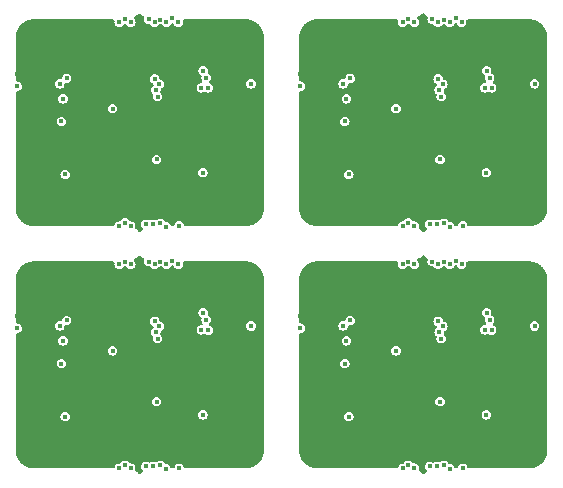
<source format=gbr>
%TF.GenerationSoftware,KiCad,Pcbnew,7.0.2-6a45011f42~172~ubuntu22.04.1*%
%TF.CreationDate,2023-05-08T22:23:16+01:00*%
%TF.ProjectId,panel,70616e65-6c2e-46b6-9963-61645f706362,rev?*%
%TF.SameCoordinates,Original*%
%TF.FileFunction,Copper,L2,Inr*%
%TF.FilePolarity,Positive*%
%FSLAX46Y46*%
G04 Gerber Fmt 4.6, Leading zero omitted, Abs format (unit mm)*
G04 Created by KiCad (PCBNEW 7.0.2-6a45011f42~172~ubuntu22.04.1) date 2023-05-08 22:23:16*
%MOMM*%
%LPD*%
G01*
G04 APERTURE LIST*
%TA.AperFunction,ViaPad*%
%ADD10C,0.400000*%
%TD*%
G04 APERTURE END LIST*
D10*
%TO.N,Board_3-SCLK*%
X48250001Y-36760001D03*
X48130001Y-53840001D03*
%TO.N,Board_3-RESETB*%
X46227586Y-54009992D03*
X40360002Y-45150000D03*
X46250001Y-36750001D03*
%TO.N,Board_3-IN_ref*%
X48510001Y-43040001D03*
X48420001Y-48370001D03*
%TO.N,Board_3-IN5*%
X48350001Y-42480001D03*
X40220001Y-41960001D03*
%TO.N,Board_3-IN4*%
X40810001Y-41500001D03*
X48660001Y-41990001D03*
%TO.N,Board_3-IN3*%
X48260001Y-41560001D03*
%TO.N,Board_3-IN2*%
X52210001Y-42300001D03*
%TO.N,Board_3-IN1*%
X52790001Y-42310001D03*
%TO.N,Board_3-I2C_SDA*%
X45250001Y-36760001D03*
X36600002Y-42160000D03*
X45259931Y-54020245D03*
%TO.N,Board_3-I2C_SCL*%
X45739428Y-36510002D03*
X45740002Y-53750000D03*
%TO.N,Board_3-GND*%
X56305001Y-47385001D03*
X49750001Y-36430001D03*
X52510000Y-44500000D03*
X36590002Y-41140000D03*
X47020002Y-36520000D03*
X49750001Y-53784597D03*
X40360002Y-49100000D03*
X48420001Y-49040001D03*
%TO.N,Board_3-D_RDYB*%
X40690001Y-49640001D03*
X52341892Y-49488892D03*
%TO.N,Board_3-DOUT*%
X50340001Y-54000001D03*
X50250001Y-36760001D03*
%TO.N,Board_3-DIN*%
X49240001Y-54060001D03*
X49250001Y-36760001D03*
%TO.N,Board_3-AUX2*%
X56420001Y-41970001D03*
X48750001Y-36520001D03*
X48740001Y-53755223D03*
%TO.N,Board_3-AUX1*%
X47750001Y-36510001D03*
X47530001Y-53850001D03*
X52620001Y-41460001D03*
%TO.N,Board_3-+3.3V*%
X52370001Y-40840001D03*
X44692697Y-44068384D03*
X40500002Y-43230000D03*
%TO.N,Board_2-SCLK*%
X24130000Y-53840001D03*
X24250000Y-36760001D03*
%TO.N,Board_2-RESETB*%
X16360001Y-45150000D03*
X22250000Y-36750001D03*
X22227585Y-54009992D03*
%TO.N,Board_2-IN_ref*%
X24510000Y-43040001D03*
X24420000Y-48370001D03*
%TO.N,Board_2-IN5*%
X16220000Y-41960001D03*
X24350000Y-42480001D03*
%TO.N,Board_2-IN4*%
X24660000Y-41990001D03*
X16810000Y-41500001D03*
%TO.N,Board_2-IN3*%
X24260000Y-41560001D03*
%TO.N,Board_2-IN2*%
X28210000Y-42300001D03*
%TO.N,Board_2-IN1*%
X28790000Y-42310001D03*
%TO.N,Board_2-I2C_SDA*%
X12600001Y-42160000D03*
X21250000Y-36760001D03*
X21259930Y-54020245D03*
%TO.N,Board_2-I2C_SCL*%
X21739427Y-36510002D03*
X21740001Y-53750000D03*
%TO.N,Board_2-GND*%
X25750000Y-53784597D03*
X24420000Y-49040001D03*
X28509999Y-44500000D03*
X32305000Y-47385001D03*
X23020001Y-36520000D03*
X16360001Y-49100000D03*
X25750000Y-36430001D03*
X12590001Y-41140000D03*
%TO.N,Board_2-D_RDYB*%
X28341891Y-49488892D03*
X16690000Y-49640001D03*
%TO.N,Board_2-DOUT*%
X26340000Y-54000001D03*
X26250000Y-36760001D03*
%TO.N,Board_2-DIN*%
X25240000Y-54060001D03*
X25250000Y-36760001D03*
%TO.N,Board_2-AUX2*%
X24740000Y-53755223D03*
X32420000Y-41970001D03*
X24750000Y-36520001D03*
%TO.N,Board_2-AUX1*%
X23750000Y-36510001D03*
X23530000Y-53850001D03*
X28620000Y-41460001D03*
%TO.N,Board_2-+3.3V*%
X20692696Y-44068384D03*
X16500001Y-43230000D03*
X28370000Y-40840001D03*
%TO.N,Board_1-SCLK*%
X48250001Y-16260000D03*
X48130001Y-33340000D03*
%TO.N,Board_1-RESETB*%
X46227586Y-33509991D03*
X46250001Y-16250000D03*
X40360002Y-24649999D03*
%TO.N,Board_1-IN_ref*%
X48510001Y-22540000D03*
X48420001Y-27870000D03*
%TO.N,Board_1-IN5*%
X40220001Y-21460000D03*
X48350001Y-21980000D03*
%TO.N,Board_1-IN4*%
X40810001Y-21000000D03*
X48660001Y-21490000D03*
%TO.N,Board_1-IN3*%
X48260001Y-21060000D03*
%TO.N,Board_1-IN2*%
X52210001Y-21800000D03*
%TO.N,Board_1-IN1*%
X52790001Y-21810000D03*
%TO.N,Board_1-I2C_SDA*%
X45250001Y-16260000D03*
X45259931Y-33520244D03*
X36600002Y-21659999D03*
%TO.N,Board_1-I2C_SCL*%
X45739428Y-16010001D03*
X45740002Y-33249999D03*
%TO.N,Board_1-GND*%
X52510000Y-23999999D03*
X48420001Y-28540000D03*
X49750001Y-33284596D03*
X40360002Y-28599999D03*
X56305001Y-26885000D03*
X49750001Y-15930000D03*
X47020002Y-16019999D03*
X36590002Y-20639999D03*
%TO.N,Board_1-D_RDYB*%
X40690001Y-29140000D03*
X52341892Y-28988891D03*
%TO.N,Board_1-DOUT*%
X50340001Y-33500000D03*
X50250001Y-16260000D03*
%TO.N,Board_1-DIN*%
X49250001Y-16260000D03*
X49240001Y-33560000D03*
%TO.N,Board_1-AUX2*%
X48750001Y-16020000D03*
X56420001Y-21470000D03*
X48740001Y-33255222D03*
%TO.N,Board_1-AUX1*%
X47530001Y-33350000D03*
X47750001Y-16010000D03*
X52620001Y-20960000D03*
%TO.N,Board_1-+3.3V*%
X52370001Y-20340000D03*
X44692697Y-23568383D03*
X40500002Y-22729999D03*
%TO.N,Board_0-SCLK*%
X24250000Y-16260000D03*
X24130000Y-33340000D03*
%TO.N,Board_0-RESETB*%
X22250000Y-16250000D03*
X22227585Y-33509991D03*
X16360001Y-24649999D03*
%TO.N,Board_0-IN_ref*%
X24420000Y-27870000D03*
X24510000Y-22540000D03*
%TO.N,Board_0-IN5*%
X16220000Y-21460000D03*
X24350000Y-21980000D03*
%TO.N,Board_0-IN4*%
X16810000Y-21000000D03*
X24660000Y-21490000D03*
%TO.N,Board_0-IN3*%
X24260000Y-21060000D03*
%TO.N,Board_0-IN2*%
X28210000Y-21800000D03*
%TO.N,Board_0-IN1*%
X28790000Y-21810000D03*
%TO.N,Board_0-I2C_SDA*%
X21250000Y-16260000D03*
X12600001Y-21659999D03*
X21259930Y-33520244D03*
%TO.N,Board_0-I2C_SCL*%
X21739427Y-16010001D03*
X21740001Y-33249999D03*
%TO.N,Board_0-GND*%
X25750000Y-33284596D03*
X25750000Y-15930000D03*
X24420000Y-28540000D03*
X12590001Y-20639999D03*
X23020001Y-16019999D03*
X16360001Y-28599999D03*
X32305000Y-26885000D03*
X28509999Y-23999999D03*
%TO.N,Board_0-D_RDYB*%
X28341891Y-28988891D03*
X16690000Y-29140000D03*
%TO.N,Board_0-DOUT*%
X26250000Y-16260000D03*
X26340000Y-33500000D03*
%TO.N,Board_0-DIN*%
X25250000Y-16260000D03*
X25240000Y-33560000D03*
%TO.N,Board_0-AUX2*%
X24750000Y-16020000D03*
X32420000Y-21470000D03*
X24740000Y-33255222D03*
%TO.N,Board_0-AUX1*%
X23530000Y-33350000D03*
X23750000Y-16010000D03*
X28620000Y-20960000D03*
%TO.N,Board_0-+3.3V*%
X20692696Y-23568383D03*
X16500001Y-22729999D03*
X28370000Y-20340000D03*
%TD*%
%TA.AperFunction,Conductor*%
%TO.N,Board_3-GND*%
G36*
X47090726Y-36020003D02*
G01*
X47121116Y-36047441D01*
X47190121Y-36133970D01*
X47302327Y-36210472D01*
X47302328Y-36210472D01*
X47318019Y-36221170D01*
X47316036Y-36224077D01*
X47348708Y-36245703D01*
X47377326Y-36310676D01*
X47366274Y-36380807D01*
X47364648Y-36384118D01*
X47364356Y-36384691D01*
X47344508Y-36510000D01*
X47364355Y-36635305D01*
X47421952Y-36748345D01*
X47511656Y-36838049D01*
X47511658Y-36838050D01*
X47511659Y-36838051D01*
X47624697Y-36895647D01*
X47750001Y-36915493D01*
X47779629Y-36910800D01*
X47850040Y-36919897D01*
X47904355Y-36965618D01*
X47911609Y-36978046D01*
X47921951Y-36998344D01*
X48011656Y-37088049D01*
X48011658Y-37088050D01*
X48011659Y-37088051D01*
X48124697Y-37145647D01*
X48250001Y-37165493D01*
X48375305Y-37145647D01*
X48488343Y-37088051D01*
X48578051Y-36998343D01*
X48583677Y-36987300D01*
X48632422Y-36935686D01*
X48701336Y-36918617D01*
X48715655Y-36920053D01*
X48750001Y-36925493D01*
X48784345Y-36920053D01*
X48854755Y-36929152D01*
X48909070Y-36974874D01*
X48916321Y-36987296D01*
X48921950Y-36998343D01*
X49011656Y-37088049D01*
X49011658Y-37088050D01*
X49011659Y-37088051D01*
X49124697Y-37145647D01*
X49250001Y-37165493D01*
X49375305Y-37145647D01*
X49488343Y-37088051D01*
X49578051Y-36998343D01*
X49635647Y-36885305D01*
X49635647Y-36885304D01*
X49637734Y-36881209D01*
X49686483Y-36829594D01*
X49755397Y-36812528D01*
X49822599Y-36835429D01*
X49862268Y-36881209D01*
X49864354Y-36885304D01*
X49864355Y-36885305D01*
X49878136Y-36912351D01*
X49921952Y-36998345D01*
X50011656Y-37088049D01*
X50011658Y-37088050D01*
X50011659Y-37088051D01*
X50124697Y-37145647D01*
X50250001Y-37165493D01*
X50375305Y-37145647D01*
X50488343Y-37088051D01*
X50578051Y-36998343D01*
X50635647Y-36885305D01*
X50655493Y-36760001D01*
X50653647Y-36748343D01*
X50637471Y-36646210D01*
X50646571Y-36575799D01*
X50692293Y-36521485D01*
X50760121Y-36500513D01*
X50761920Y-36500500D01*
X55991794Y-36500500D01*
X55995090Y-36500543D01*
X55999142Y-36500649D01*
X56075174Y-36502638D01*
X56081747Y-36502984D01*
X56153439Y-36508627D01*
X56159996Y-36509316D01*
X56165200Y-36510001D01*
X56231292Y-36518701D01*
X56237762Y-36519725D01*
X56308493Y-36532835D01*
X56314925Y-36534202D01*
X56384848Y-36550989D01*
X56391201Y-36552691D01*
X56460174Y-36573121D01*
X56466423Y-36575151D01*
X56534198Y-36599152D01*
X56540339Y-36601509D01*
X56606792Y-36629035D01*
X56612806Y-36631713D01*
X56677716Y-36662674D01*
X56683557Y-36665649D01*
X56746801Y-36699987D01*
X56752460Y-36703255D01*
X56813784Y-36740835D01*
X56819282Y-36744404D01*
X56878565Y-36785148D01*
X56883892Y-36789018D01*
X56940940Y-36832793D01*
X56946058Y-36836938D01*
X56978586Y-36864718D01*
X57000737Y-36883636D01*
X57005644Y-36888054D01*
X57057788Y-36937539D01*
X57062449Y-36942200D01*
X57082496Y-36963324D01*
X57111958Y-36994370D01*
X57116346Y-36999244D01*
X57130588Y-37015918D01*
X57163049Y-37053925D01*
X57167200Y-37059051D01*
X57210979Y-37116105D01*
X57214855Y-37121441D01*
X57255561Y-37180667D01*
X57259155Y-37186201D01*
X57296742Y-37247538D01*
X57300040Y-37253250D01*
X57334334Y-37316412D01*
X57337328Y-37322289D01*
X57368286Y-37387193D01*
X57370970Y-37393221D01*
X57398482Y-37459642D01*
X57400846Y-37465799D01*
X57424847Y-37533575D01*
X57426885Y-37539848D01*
X57447300Y-37608765D01*
X57449008Y-37615140D01*
X57465795Y-37685067D01*
X57467166Y-37691518D01*
X57480267Y-37762208D01*
X57481299Y-37768722D01*
X57490684Y-37840003D01*
X57491374Y-37846564D01*
X57497016Y-37918252D01*
X57497361Y-37924839D01*
X57499458Y-38004906D01*
X57499501Y-38008205D01*
X57499501Y-52492061D01*
X57499461Y-52495255D01*
X57497496Y-52572759D01*
X57497172Y-52579132D01*
X57491890Y-52648495D01*
X57491244Y-52654847D01*
X57482455Y-52723857D01*
X57481489Y-52730168D01*
X57469211Y-52798669D01*
X57467926Y-52804919D01*
X57452197Y-52872705D01*
X57450596Y-52878887D01*
X57431453Y-52945788D01*
X57429542Y-52951879D01*
X57407043Y-53017702D01*
X57404826Y-53023690D01*
X57379010Y-53088317D01*
X57376493Y-53094182D01*
X57347449Y-53157394D01*
X57344637Y-53163126D01*
X57312419Y-53224803D01*
X57309322Y-53230383D01*
X57274026Y-53290344D01*
X57270648Y-53295763D01*
X57232369Y-53353844D01*
X57228722Y-53359084D01*
X57187523Y-53415189D01*
X57183616Y-53420237D01*
X57139654Y-53474152D01*
X57135496Y-53478995D01*
X57088843Y-53530633D01*
X57084444Y-53535261D01*
X57035248Y-53584456D01*
X57030634Y-53588843D01*
X56978980Y-53635511D01*
X56974161Y-53639647D01*
X56922290Y-53681943D01*
X56920252Y-53683605D01*
X56915205Y-53687512D01*
X56859075Y-53728729D01*
X56853835Y-53732375D01*
X56795766Y-53770646D01*
X56790347Y-53774024D01*
X56730383Y-53809322D01*
X56724803Y-53812419D01*
X56663126Y-53844637D01*
X56657394Y-53847449D01*
X56594182Y-53876493D01*
X56588317Y-53879010D01*
X56523690Y-53904826D01*
X56517702Y-53907043D01*
X56451879Y-53929542D01*
X56445788Y-53931454D01*
X56378886Y-53950597D01*
X56372706Y-53952197D01*
X56304920Y-53967927D01*
X56298665Y-53969212D01*
X56230167Y-53981488D01*
X56223860Y-53982454D01*
X56154848Y-53991244D01*
X56148495Y-53991890D01*
X56079132Y-53997172D01*
X56072759Y-53997496D01*
X55998239Y-53999385D01*
X55995254Y-53999461D01*
X55992062Y-53999501D01*
X50853028Y-53999501D01*
X50784907Y-53979499D01*
X50738414Y-53925843D01*
X50728579Y-53893210D01*
X50725647Y-53874696D01*
X50689350Y-53803461D01*
X50668051Y-53761659D01*
X50668050Y-53761658D01*
X50668049Y-53761656D01*
X50578345Y-53671952D01*
X50465305Y-53614355D01*
X50340001Y-53594508D01*
X50214696Y-53614355D01*
X50101656Y-53671952D01*
X50011952Y-53761656D01*
X49954354Y-53874696D01*
X49951423Y-53893210D01*
X49921011Y-53957364D01*
X49860744Y-53994891D01*
X49826974Y-53999501D01*
X49735880Y-53999501D01*
X49667759Y-53979499D01*
X49623614Y-53930704D01*
X49568052Y-53821659D01*
X49478345Y-53731952D01*
X49365305Y-53674355D01*
X49365305Y-53674354D01*
X49240001Y-53654509D01*
X49239998Y-53654509D01*
X49239997Y-53654509D01*
X49236189Y-53655112D01*
X49165779Y-53646008D01*
X49111468Y-53600283D01*
X49104219Y-53587865D01*
X49068051Y-53516881D01*
X49068050Y-53516880D01*
X49068049Y-53516878D01*
X48978345Y-53427174D01*
X48865305Y-53369577D01*
X48740001Y-53349730D01*
X48614696Y-53369577D01*
X48501656Y-53427174D01*
X48465229Y-53463602D01*
X48402917Y-53497628D01*
X48332102Y-53492563D01*
X48318931Y-53486774D01*
X48255305Y-53454355D01*
X48130000Y-53434508D01*
X48004696Y-53454355D01*
X47877391Y-53519221D01*
X47807614Y-53532325D01*
X47762985Y-53519221D01*
X47655305Y-53464355D01*
X47530001Y-53444508D01*
X47404696Y-53464355D01*
X47291656Y-53521952D01*
X47201952Y-53611656D01*
X47144355Y-53724696D01*
X47124508Y-53850001D01*
X47144355Y-53975305D01*
X47201952Y-54088345D01*
X47251405Y-54137798D01*
X47285431Y-54200110D01*
X47280366Y-54270925D01*
X47248012Y-54319257D01*
X47143806Y-54415945D01*
X47131650Y-54437001D01*
X47080267Y-54485995D01*
X47022531Y-54500001D01*
X46977395Y-54500001D01*
X46909274Y-54479999D01*
X46878886Y-54452563D01*
X46809879Y-54366031D01*
X46697673Y-54289529D01*
X46697670Y-54289528D01*
X46686862Y-54282159D01*
X46639077Y-54250522D01*
X46610465Y-54185546D01*
X46610966Y-54149602D01*
X46614252Y-54128859D01*
X46633078Y-54009992D01*
X46613232Y-53884688D01*
X46555636Y-53771650D01*
X46555635Y-53771649D01*
X46555634Y-53771647D01*
X46465930Y-53681943D01*
X46352890Y-53624346D01*
X46227581Y-53604499D01*
X46214150Y-53606626D01*
X46143740Y-53597525D01*
X46089427Y-53551801D01*
X46082177Y-53539380D01*
X46073297Y-53521952D01*
X46068052Y-53511658D01*
X46068051Y-53511657D01*
X46068050Y-53511655D01*
X45978346Y-53421951D01*
X45865306Y-53364354D01*
X45740002Y-53344507D01*
X45614697Y-53364354D01*
X45501657Y-53421951D01*
X45411951Y-53511657D01*
X45393552Y-53547768D01*
X45344804Y-53599383D01*
X45275889Y-53616448D01*
X45261577Y-53615013D01*
X45259932Y-53614752D01*
X45134626Y-53634599D01*
X45021586Y-53692196D01*
X44931882Y-53781900D01*
X44866441Y-53910333D01*
X44844147Y-53957364D01*
X44783879Y-53994892D01*
X44750110Y-53999501D01*
X38007940Y-53999501D01*
X38004747Y-53999461D01*
X37927241Y-53997496D01*
X37920867Y-53997172D01*
X37851504Y-53991890D01*
X37845152Y-53991244D01*
X37808052Y-53986519D01*
X37776137Y-53982454D01*
X37769844Y-53981491D01*
X37729557Y-53974270D01*
X37701330Y-53969211D01*
X37695080Y-53967926D01*
X37627294Y-53952197D01*
X37621112Y-53950596D01*
X37554211Y-53931453D01*
X37548120Y-53929542D01*
X37482297Y-53907043D01*
X37476309Y-53904826D01*
X37411682Y-53879010D01*
X37405833Y-53876500D01*
X37342603Y-53847448D01*
X37336873Y-53844637D01*
X37275196Y-53812419D01*
X37269616Y-53809322D01*
X37209655Y-53774026D01*
X37204236Y-53770648D01*
X37146155Y-53732369D01*
X37140915Y-53728722D01*
X37084810Y-53687523D01*
X37079762Y-53683616D01*
X37025847Y-53639654D01*
X37021004Y-53635496D01*
X36969366Y-53588843D01*
X36964738Y-53584444D01*
X36915543Y-53535248D01*
X36911156Y-53530633D01*
X36864468Y-53478958D01*
X36860371Y-53474184D01*
X36816369Y-53420220D01*
X36812487Y-53415205D01*
X36771263Y-53359065D01*
X36767624Y-53353835D01*
X36764919Y-53349731D01*
X36729346Y-53295756D01*
X36725975Y-53290347D01*
X36725973Y-53290344D01*
X36690671Y-53230373D01*
X36687580Y-53224803D01*
X36655362Y-53163126D01*
X36652559Y-53157412D01*
X36623491Y-53094147D01*
X36620997Y-53088336D01*
X36595165Y-53023669D01*
X36592956Y-53017702D01*
X36570457Y-52951879D01*
X36568545Y-52945788D01*
X36549396Y-52878865D01*
X36547808Y-52872729D01*
X36532066Y-52804891D01*
X36530788Y-52798669D01*
X36518510Y-52730161D01*
X36517545Y-52723859D01*
X36516714Y-52717335D01*
X36508753Y-52654825D01*
X36508111Y-52648513D01*
X36502827Y-52579125D01*
X36502504Y-52572767D01*
X36501727Y-52542106D01*
X36500540Y-52495238D01*
X36500500Y-52492047D01*
X36500500Y-49640001D01*
X40284508Y-49640001D01*
X40304355Y-49765305D01*
X40361952Y-49878345D01*
X40451656Y-49968049D01*
X40451658Y-49968050D01*
X40451659Y-49968051D01*
X40564697Y-50025647D01*
X40690001Y-50045493D01*
X40815305Y-50025647D01*
X40928343Y-49968051D01*
X41018051Y-49878343D01*
X41075647Y-49765305D01*
X41095493Y-49640001D01*
X41075647Y-49514697D01*
X41062499Y-49488892D01*
X51936399Y-49488892D01*
X51956246Y-49614196D01*
X52013843Y-49727236D01*
X52103547Y-49816940D01*
X52103549Y-49816941D01*
X52103550Y-49816942D01*
X52216588Y-49874538D01*
X52341892Y-49894384D01*
X52467196Y-49874538D01*
X52580234Y-49816942D01*
X52669942Y-49727234D01*
X52727538Y-49614196D01*
X52747384Y-49488892D01*
X52727538Y-49363588D01*
X52669942Y-49250550D01*
X52669941Y-49250549D01*
X52669940Y-49250547D01*
X52580236Y-49160843D01*
X52467196Y-49103246D01*
X52341892Y-49083399D01*
X52216587Y-49103246D01*
X52103547Y-49160843D01*
X52013843Y-49250547D01*
X51956246Y-49363587D01*
X51936399Y-49488892D01*
X41062499Y-49488892D01*
X41018051Y-49401659D01*
X41018050Y-49401658D01*
X41018049Y-49401656D01*
X40928345Y-49311952D01*
X40815305Y-49254355D01*
X40690001Y-49234508D01*
X40564696Y-49254355D01*
X40451656Y-49311952D01*
X40361952Y-49401656D01*
X40304355Y-49514696D01*
X40284508Y-49640001D01*
X36500500Y-49640001D01*
X36500500Y-48370000D01*
X48014508Y-48370000D01*
X48034355Y-48495305D01*
X48091952Y-48608345D01*
X48181656Y-48698049D01*
X48181658Y-48698050D01*
X48181659Y-48698051D01*
X48294697Y-48755647D01*
X48420001Y-48775493D01*
X48545305Y-48755647D01*
X48658343Y-48698051D01*
X48748051Y-48608343D01*
X48805647Y-48495305D01*
X48825493Y-48370001D01*
X48805647Y-48244697D01*
X48748051Y-48131659D01*
X48748050Y-48131658D01*
X48748049Y-48131656D01*
X48658345Y-48041952D01*
X48545305Y-47984355D01*
X48420000Y-47964508D01*
X48294696Y-47984355D01*
X48181656Y-48041952D01*
X48091952Y-48131656D01*
X48034355Y-48244696D01*
X48014508Y-48370000D01*
X36500500Y-48370000D01*
X36500500Y-45149999D01*
X39954509Y-45149999D01*
X39974356Y-45275304D01*
X40031953Y-45388344D01*
X40121657Y-45478048D01*
X40121659Y-45478049D01*
X40121660Y-45478050D01*
X40234698Y-45535646D01*
X40360002Y-45555492D01*
X40485306Y-45535646D01*
X40598344Y-45478050D01*
X40688052Y-45388342D01*
X40745648Y-45275304D01*
X40765494Y-45150000D01*
X40745648Y-45024696D01*
X40688052Y-44911658D01*
X40688051Y-44911657D01*
X40688050Y-44911655D01*
X40598346Y-44821951D01*
X40485306Y-44764354D01*
X40360002Y-44744507D01*
X40234697Y-44764354D01*
X40121657Y-44821951D01*
X40031953Y-44911655D01*
X39974356Y-45024695D01*
X39954509Y-45149999D01*
X36500500Y-45149999D01*
X36500500Y-44068384D01*
X44287204Y-44068384D01*
X44307051Y-44193688D01*
X44364648Y-44306728D01*
X44454352Y-44396432D01*
X44454354Y-44396433D01*
X44454355Y-44396434D01*
X44567393Y-44454030D01*
X44692697Y-44473876D01*
X44818001Y-44454030D01*
X44931039Y-44396434D01*
X45020747Y-44306726D01*
X45078343Y-44193688D01*
X45098189Y-44068384D01*
X45078343Y-43943080D01*
X45020747Y-43830042D01*
X45020746Y-43830041D01*
X45020745Y-43830039D01*
X44931041Y-43740335D01*
X44818001Y-43682738D01*
X44692697Y-43662891D01*
X44567392Y-43682738D01*
X44454352Y-43740335D01*
X44364648Y-43830039D01*
X44307051Y-43943079D01*
X44287204Y-44068384D01*
X36500500Y-44068384D01*
X36500500Y-43230000D01*
X40094509Y-43230000D01*
X40114356Y-43355304D01*
X40171953Y-43468344D01*
X40261657Y-43558048D01*
X40261659Y-43558049D01*
X40261660Y-43558050D01*
X40374698Y-43615646D01*
X40500002Y-43635492D01*
X40625306Y-43615646D01*
X40738344Y-43558050D01*
X40828052Y-43468342D01*
X40885648Y-43355304D01*
X40905494Y-43230000D01*
X40885648Y-43104696D01*
X40828052Y-42991658D01*
X40828051Y-42991657D01*
X40828050Y-42991655D01*
X40738346Y-42901951D01*
X40625306Y-42844354D01*
X40500002Y-42824507D01*
X40374697Y-42844354D01*
X40261657Y-42901951D01*
X40171953Y-42991655D01*
X40114356Y-43104695D01*
X40094509Y-43230000D01*
X36500500Y-43230000D01*
X36500500Y-42688866D01*
X36520502Y-42620745D01*
X36574158Y-42574252D01*
X36606789Y-42564417D01*
X36725306Y-42545646D01*
X36838344Y-42488050D01*
X36928052Y-42398342D01*
X36985648Y-42285304D01*
X37005494Y-42160000D01*
X36985648Y-42034696D01*
X36947589Y-41960001D01*
X39814508Y-41960001D01*
X39834355Y-42085305D01*
X39891952Y-42198345D01*
X39981656Y-42288049D01*
X39981658Y-42288050D01*
X39981659Y-42288051D01*
X40094697Y-42345647D01*
X40200154Y-42362349D01*
X40220000Y-42365493D01*
X40220000Y-42365492D01*
X40220001Y-42365493D01*
X40345305Y-42345647D01*
X40458343Y-42288051D01*
X40548051Y-42198343D01*
X40605647Y-42085305D01*
X40618719Y-42002766D01*
X40649131Y-41938615D01*
X40709399Y-41901088D01*
X40762876Y-41898029D01*
X40810001Y-41905493D01*
X40935305Y-41885647D01*
X41048343Y-41828051D01*
X41138051Y-41738343D01*
X41195647Y-41625305D01*
X41205990Y-41560001D01*
X47854508Y-41560001D01*
X47874355Y-41685305D01*
X47931952Y-41798345D01*
X48021657Y-41888050D01*
X48021659Y-41888051D01*
X48105288Y-41930662D01*
X48156904Y-41979410D01*
X48173970Y-42048325D01*
X48151070Y-42115526D01*
X48125561Y-42137630D01*
X48125770Y-42137839D01*
X48021952Y-42241656D01*
X47964355Y-42354696D01*
X47944508Y-42480000D01*
X47964355Y-42605305D01*
X48021952Y-42718345D01*
X48091803Y-42788196D01*
X48125829Y-42850508D01*
X48127157Y-42897001D01*
X48104508Y-43040000D01*
X48124355Y-43165305D01*
X48181952Y-43278345D01*
X48271656Y-43368049D01*
X48271658Y-43368050D01*
X48271659Y-43368051D01*
X48384697Y-43425647D01*
X48490153Y-43442349D01*
X48510000Y-43445493D01*
X48510000Y-43445492D01*
X48510001Y-43445493D01*
X48635305Y-43425647D01*
X48748343Y-43368051D01*
X48838051Y-43278343D01*
X48895647Y-43165305D01*
X48915493Y-43040001D01*
X48895647Y-42914697D01*
X48838051Y-42801659D01*
X48838050Y-42801658D01*
X48838049Y-42801656D01*
X48768198Y-42731805D01*
X48734172Y-42669493D01*
X48732844Y-42622999D01*
X48741953Y-42565492D01*
X48755493Y-42480001D01*
X48755493Y-42480000D01*
X48758615Y-42460290D01*
X48760281Y-42460553D01*
X48765845Y-42417501D01*
X48811567Y-42363187D01*
X48823987Y-42355937D01*
X48898343Y-42318051D01*
X48916393Y-42300001D01*
X51804508Y-42300001D01*
X51824355Y-42425305D01*
X51881952Y-42538345D01*
X51971656Y-42628049D01*
X51971658Y-42628050D01*
X51971659Y-42628051D01*
X52084697Y-42685647D01*
X52210001Y-42705493D01*
X52335305Y-42685647D01*
X52432986Y-42635875D01*
X52502761Y-42622772D01*
X52547391Y-42635876D01*
X52551658Y-42638050D01*
X52551659Y-42638051D01*
X52664697Y-42695647D01*
X52790001Y-42715493D01*
X52915305Y-42695647D01*
X53028343Y-42638051D01*
X53118051Y-42548343D01*
X53175647Y-42435305D01*
X53195493Y-42310001D01*
X53175647Y-42184697D01*
X53118051Y-42071659D01*
X53118050Y-42071658D01*
X53118049Y-42071656D01*
X53028343Y-41981950D01*
X53004890Y-41970000D01*
X56014508Y-41970000D01*
X56034355Y-42095305D01*
X56091952Y-42208345D01*
X56181656Y-42298049D01*
X56181658Y-42298050D01*
X56181659Y-42298051D01*
X56294697Y-42355647D01*
X56420001Y-42375493D01*
X56545305Y-42355647D01*
X56658343Y-42298051D01*
X56748051Y-42208343D01*
X56805647Y-42095305D01*
X56825493Y-41970001D01*
X56805647Y-41844697D01*
X56748051Y-41731659D01*
X56748050Y-41731658D01*
X56748049Y-41731656D01*
X56658345Y-41641952D01*
X56545305Y-41584355D01*
X56420000Y-41564508D01*
X56294696Y-41584355D01*
X56181656Y-41641952D01*
X56091952Y-41731656D01*
X56034355Y-41844696D01*
X56014508Y-41970000D01*
X53004890Y-41970000D01*
X52941795Y-41937851D01*
X52890180Y-41889103D01*
X52873115Y-41820188D01*
X52896016Y-41752986D01*
X52909898Y-41736495D01*
X52948051Y-41698343D01*
X53005647Y-41585305D01*
X53025493Y-41460001D01*
X53005647Y-41334697D01*
X52948051Y-41221659D01*
X52948050Y-41221658D01*
X52948049Y-41221656D01*
X52858345Y-41131952D01*
X52820459Y-41112648D01*
X52768844Y-41063899D01*
X52751778Y-40994984D01*
X52753213Y-40980670D01*
X52775493Y-40840000D01*
X52772349Y-40820153D01*
X52755647Y-40714697D01*
X52698051Y-40601659D01*
X52698050Y-40601658D01*
X52698049Y-40601656D01*
X52608345Y-40511952D01*
X52495305Y-40454355D01*
X52370001Y-40434508D01*
X52244696Y-40454355D01*
X52131656Y-40511952D01*
X52041952Y-40601656D01*
X51984355Y-40714696D01*
X51964508Y-40840001D01*
X51984355Y-40965305D01*
X52041952Y-41078345D01*
X52131657Y-41168050D01*
X52169541Y-41187353D01*
X52221157Y-41236101D01*
X52238223Y-41305016D01*
X52236788Y-41319330D01*
X52214508Y-41460000D01*
X52224231Y-41521387D01*
X52234355Y-41585305D01*
X52291950Y-41698342D01*
X52299586Y-41713327D01*
X52312690Y-41783104D01*
X52285990Y-41848888D01*
X52227963Y-41889795D01*
X52207030Y-41894979D01*
X52084696Y-41914355D01*
X51971656Y-41971952D01*
X51881952Y-42061656D01*
X51824355Y-42174696D01*
X51804508Y-42300001D01*
X48916393Y-42300001D01*
X48988051Y-42228343D01*
X49045647Y-42115305D01*
X49065493Y-41990001D01*
X49045647Y-41864697D01*
X48988051Y-41751659D01*
X48988050Y-41751658D01*
X48988049Y-41751656D01*
X48898345Y-41661952D01*
X48785305Y-41604355D01*
X48760032Y-41600352D01*
X48695879Y-41569939D01*
X48658353Y-41509670D01*
X48655295Y-41495613D01*
X48645647Y-41434697D01*
X48588051Y-41321659D01*
X48588050Y-41321658D01*
X48588049Y-41321656D01*
X48498345Y-41231952D01*
X48385305Y-41174355D01*
X48260000Y-41154508D01*
X48134696Y-41174355D01*
X48021656Y-41231952D01*
X47931952Y-41321656D01*
X47874355Y-41434696D01*
X47854508Y-41560001D01*
X41205990Y-41560001D01*
X41215493Y-41500001D01*
X41195647Y-41374697D01*
X41138051Y-41261659D01*
X41138050Y-41261658D01*
X41138049Y-41261656D01*
X41048345Y-41171952D01*
X40935305Y-41114355D01*
X40810001Y-41094508D01*
X40684696Y-41114355D01*
X40571656Y-41171952D01*
X40481952Y-41261656D01*
X40424355Y-41374696D01*
X40411282Y-41457234D01*
X40380869Y-41521387D01*
X40320601Y-41558914D01*
X40267123Y-41561972D01*
X40220001Y-41554508D01*
X40094696Y-41574355D01*
X39981656Y-41631952D01*
X39891952Y-41721656D01*
X39834355Y-41834696D01*
X39814508Y-41960001D01*
X36947589Y-41960001D01*
X36928052Y-41921658D01*
X36928051Y-41921657D01*
X36928050Y-41921655D01*
X36838346Y-41831951D01*
X36725306Y-41774353D01*
X36606789Y-41755582D01*
X36542636Y-41725169D01*
X36505109Y-41664901D01*
X36500500Y-41631133D01*
X36500500Y-38008205D01*
X36500543Y-38004909D01*
X36501779Y-37957687D01*
X36502639Y-37924822D01*
X36502981Y-37918272D01*
X36508628Y-37846528D01*
X36509311Y-37840038D01*
X36518705Y-37768681D01*
X36519731Y-37762208D01*
X36532837Y-37691492D01*
X36534203Y-37685067D01*
X36551005Y-37615085D01*
X36552683Y-37608821D01*
X36573123Y-37539820D01*
X36575153Y-37533575D01*
X36599159Y-37465782D01*
X36601514Y-37459649D01*
X36602293Y-37457770D01*
X36610168Y-37438755D01*
X36629043Y-37393191D01*
X36631716Y-37387186D01*
X36662681Y-37322268D01*
X36665643Y-37316453D01*
X36699988Y-37253197D01*
X36703246Y-37247554D01*
X36740850Y-37186192D01*
X36744394Y-37180734D01*
X36785158Y-37121420D01*
X36789017Y-37116109D01*
X36798439Y-37103830D01*
X36832804Y-37059044D01*
X36836948Y-37053928D01*
X36869412Y-37015918D01*
X36883651Y-36999245D01*
X36888037Y-36994374D01*
X36937564Y-36942184D01*
X36942207Y-36937543D01*
X36954906Y-36925492D01*
X36994358Y-36888053D01*
X36999234Y-36883662D01*
X37053942Y-36836938D01*
X37059060Y-36832793D01*
X37116123Y-36789006D01*
X37121410Y-36785165D01*
X37180719Y-36744404D01*
X37186191Y-36740851D01*
X37247555Y-36703247D01*
X37253221Y-36699975D01*
X37316441Y-36665650D01*
X37322265Y-36662682D01*
X37387210Y-36631705D01*
X37393178Y-36629047D01*
X37459672Y-36601505D01*
X37465805Y-36599152D01*
X37465811Y-36599150D01*
X37533596Y-36575145D01*
X37539793Y-36573131D01*
X37608817Y-36552685D01*
X37615130Y-36550994D01*
X37685085Y-36534198D01*
X37691501Y-36532835D01*
X37762209Y-36519731D01*
X37768695Y-36518703D01*
X37840041Y-36509310D01*
X37846530Y-36508628D01*
X37918271Y-36502982D01*
X37924823Y-36502638D01*
X38001124Y-36500642D01*
X38004909Y-36500543D01*
X38008205Y-36500500D01*
X44738082Y-36500500D01*
X44806203Y-36520502D01*
X44852696Y-36574158D01*
X44862800Y-36644432D01*
X44862531Y-36646210D01*
X44844508Y-36760000D01*
X44864355Y-36885305D01*
X44921952Y-36998345D01*
X45011656Y-37088049D01*
X45011658Y-37088050D01*
X45011659Y-37088051D01*
X45124697Y-37145647D01*
X45250001Y-37165493D01*
X45375305Y-37145647D01*
X45488343Y-37088051D01*
X45578051Y-36998343D01*
X45587601Y-36979597D01*
X45636348Y-36927982D01*
X45705263Y-36910914D01*
X45719582Y-36912351D01*
X45739424Y-36915494D01*
X45739425Y-36915493D01*
X45739428Y-36915494D01*
X45783558Y-36908504D01*
X45853966Y-36917603D01*
X45908281Y-36963324D01*
X45915533Y-36975748D01*
X45921951Y-36988344D01*
X46011656Y-37078049D01*
X46011658Y-37078050D01*
X46011659Y-37078051D01*
X46124697Y-37135647D01*
X46250001Y-37155493D01*
X46375305Y-37135647D01*
X46488343Y-37078051D01*
X46578051Y-36988343D01*
X46635647Y-36875305D01*
X46655493Y-36750001D01*
X46655439Y-36749663D01*
X46650610Y-36719173D01*
X46635647Y-36624697D01*
X46578051Y-36511659D01*
X46578050Y-36511658D01*
X46578049Y-36511656D01*
X46521787Y-36455394D01*
X46487761Y-36393082D01*
X46492826Y-36322267D01*
X46535373Y-36265431D01*
X46592100Y-36241706D01*
X46634287Y-36235348D01*
X46756642Y-36176425D01*
X46856194Y-36084055D01*
X46868350Y-36063001D01*
X46919732Y-36014008D01*
X46977469Y-36000001D01*
X47022605Y-36000001D01*
X47090726Y-36020003D01*
G37*
%TD.AperFunction*%
%TD*%
%TA.AperFunction,Conductor*%
%TO.N,Board_1-GND*%
G36*
X47090726Y-15520002D02*
G01*
X47121113Y-15547437D01*
X47190121Y-15633970D01*
X47302327Y-15710472D01*
X47302328Y-15710472D01*
X47318019Y-15721170D01*
X47316036Y-15724077D01*
X47348708Y-15745703D01*
X47377326Y-15810676D01*
X47366274Y-15880807D01*
X47364647Y-15884121D01*
X47364355Y-15884693D01*
X47344508Y-16009999D01*
X47364355Y-16135304D01*
X47421952Y-16248344D01*
X47511656Y-16338048D01*
X47511658Y-16338049D01*
X47511659Y-16338050D01*
X47624697Y-16395646D01*
X47750001Y-16415492D01*
X47779629Y-16410799D01*
X47850040Y-16419896D01*
X47904355Y-16465617D01*
X47911609Y-16478045D01*
X47921951Y-16498343D01*
X48011656Y-16588048D01*
X48011658Y-16588049D01*
X48011659Y-16588050D01*
X48124697Y-16645646D01*
X48250001Y-16665492D01*
X48375305Y-16645646D01*
X48488343Y-16588050D01*
X48578051Y-16498342D01*
X48583677Y-16487299D01*
X48632422Y-16435685D01*
X48701336Y-16418616D01*
X48715655Y-16420052D01*
X48750001Y-16425492D01*
X48784345Y-16420052D01*
X48854755Y-16429151D01*
X48909070Y-16474873D01*
X48916321Y-16487295D01*
X48921950Y-16498342D01*
X49011656Y-16588048D01*
X49011658Y-16588049D01*
X49011659Y-16588050D01*
X49124697Y-16645646D01*
X49250001Y-16665492D01*
X49375305Y-16645646D01*
X49488343Y-16588050D01*
X49578051Y-16498342D01*
X49635647Y-16385304D01*
X49635647Y-16385303D01*
X49637734Y-16381208D01*
X49686483Y-16329593D01*
X49755397Y-16312527D01*
X49822599Y-16335428D01*
X49862268Y-16381208D01*
X49864354Y-16385303D01*
X49864355Y-16385304D01*
X49878136Y-16412350D01*
X49921952Y-16498344D01*
X50011656Y-16588048D01*
X50011658Y-16588049D01*
X50011659Y-16588050D01*
X50124697Y-16645646D01*
X50250001Y-16665492D01*
X50375305Y-16645646D01*
X50488343Y-16588050D01*
X50578051Y-16498342D01*
X50635647Y-16385304D01*
X50655493Y-16260000D01*
X50653647Y-16248342D01*
X50637471Y-16146209D01*
X50646571Y-16075798D01*
X50692293Y-16021484D01*
X50760121Y-16000512D01*
X50761920Y-16000499D01*
X55991794Y-16000499D01*
X55995090Y-16000542D01*
X55999142Y-16000648D01*
X56075174Y-16002637D01*
X56081747Y-16002983D01*
X56153439Y-16008626D01*
X56159996Y-16009315D01*
X56165200Y-16010000D01*
X56231292Y-16018700D01*
X56237762Y-16019724D01*
X56308493Y-16032834D01*
X56314925Y-16034201D01*
X56384848Y-16050988D01*
X56391201Y-16052690D01*
X56460174Y-16073120D01*
X56466423Y-16075150D01*
X56534198Y-16099151D01*
X56540339Y-16101508D01*
X56606792Y-16129034D01*
X56612806Y-16131712D01*
X56677716Y-16162673D01*
X56683557Y-16165648D01*
X56746801Y-16199986D01*
X56752460Y-16203254D01*
X56813784Y-16240834D01*
X56819282Y-16244403D01*
X56878565Y-16285147D01*
X56883892Y-16289017D01*
X56940940Y-16332792D01*
X56946058Y-16336937D01*
X56978586Y-16364717D01*
X57000737Y-16383635D01*
X57005644Y-16388053D01*
X57057788Y-16437538D01*
X57062449Y-16442199D01*
X57082496Y-16463323D01*
X57111958Y-16494369D01*
X57116346Y-16499243D01*
X57130588Y-16515917D01*
X57163049Y-16553924D01*
X57167200Y-16559050D01*
X57210979Y-16616104D01*
X57214855Y-16621440D01*
X57255561Y-16680666D01*
X57259155Y-16686200D01*
X57296742Y-16747537D01*
X57300040Y-16753249D01*
X57334334Y-16816411D01*
X57337328Y-16822288D01*
X57368286Y-16887192D01*
X57370970Y-16893220D01*
X57398482Y-16959641D01*
X57400846Y-16965798D01*
X57424847Y-17033574D01*
X57426885Y-17039847D01*
X57447300Y-17108764D01*
X57449008Y-17115139D01*
X57465795Y-17185066D01*
X57467166Y-17191517D01*
X57480267Y-17262207D01*
X57481299Y-17268721D01*
X57490684Y-17340002D01*
X57491374Y-17346563D01*
X57497016Y-17418251D01*
X57497361Y-17424838D01*
X57499458Y-17504905D01*
X57499501Y-17508204D01*
X57499501Y-31992060D01*
X57499461Y-31995254D01*
X57497496Y-32072758D01*
X57497172Y-32079131D01*
X57491890Y-32148494D01*
X57491244Y-32154846D01*
X57482455Y-32223856D01*
X57481489Y-32230167D01*
X57469211Y-32298668D01*
X57467926Y-32304918D01*
X57452197Y-32372704D01*
X57450596Y-32378886D01*
X57431453Y-32445787D01*
X57429542Y-32451878D01*
X57407043Y-32517701D01*
X57404826Y-32523689D01*
X57379010Y-32588316D01*
X57376493Y-32594181D01*
X57347449Y-32657393D01*
X57344637Y-32663125D01*
X57312419Y-32724802D01*
X57309322Y-32730382D01*
X57274026Y-32790343D01*
X57270648Y-32795762D01*
X57232369Y-32853843D01*
X57228722Y-32859083D01*
X57187523Y-32915188D01*
X57183616Y-32920236D01*
X57139654Y-32974151D01*
X57135496Y-32978994D01*
X57088843Y-33030632D01*
X57084444Y-33035260D01*
X57035248Y-33084455D01*
X57030634Y-33088842D01*
X56978980Y-33135510D01*
X56974161Y-33139646D01*
X56922290Y-33181942D01*
X56920252Y-33183604D01*
X56915205Y-33187511D01*
X56859075Y-33228728D01*
X56853835Y-33232374D01*
X56795766Y-33270645D01*
X56790347Y-33274023D01*
X56730383Y-33309321D01*
X56724803Y-33312418D01*
X56663126Y-33344636D01*
X56657394Y-33347448D01*
X56594182Y-33376492D01*
X56588317Y-33379009D01*
X56523690Y-33404825D01*
X56517702Y-33407042D01*
X56451879Y-33429541D01*
X56445788Y-33431453D01*
X56378886Y-33450596D01*
X56372706Y-33452196D01*
X56304920Y-33467926D01*
X56298665Y-33469211D01*
X56230167Y-33481487D01*
X56223860Y-33482453D01*
X56154848Y-33491243D01*
X56148495Y-33491889D01*
X56079132Y-33497171D01*
X56072759Y-33497495D01*
X55998239Y-33499384D01*
X55995254Y-33499460D01*
X55992062Y-33499500D01*
X50853028Y-33499500D01*
X50784907Y-33479498D01*
X50738414Y-33425842D01*
X50728579Y-33393209D01*
X50725647Y-33374695D01*
X50689350Y-33303460D01*
X50668051Y-33261658D01*
X50668050Y-33261657D01*
X50668049Y-33261655D01*
X50578345Y-33171951D01*
X50465305Y-33114354D01*
X50340001Y-33094507D01*
X50214696Y-33114354D01*
X50101656Y-33171951D01*
X50011952Y-33261655D01*
X49954354Y-33374695D01*
X49951423Y-33393209D01*
X49921011Y-33457363D01*
X49860744Y-33494890D01*
X49826974Y-33499500D01*
X49735880Y-33499500D01*
X49667759Y-33479498D01*
X49623614Y-33430703D01*
X49568052Y-33321658D01*
X49478345Y-33231951D01*
X49365305Y-33174354D01*
X49240001Y-33154508D01*
X49239998Y-33154508D01*
X49239997Y-33154508D01*
X49236189Y-33155111D01*
X49165779Y-33146007D01*
X49111468Y-33100282D01*
X49104219Y-33087864D01*
X49068051Y-33016880D01*
X49068050Y-33016879D01*
X49068049Y-33016877D01*
X48978345Y-32927173D01*
X48865305Y-32869576D01*
X48740001Y-32849729D01*
X48614696Y-32869576D01*
X48501656Y-32927173D01*
X48465229Y-32963601D01*
X48402917Y-32997627D01*
X48332102Y-32992562D01*
X48318931Y-32986773D01*
X48255305Y-32954354D01*
X48130001Y-32934507D01*
X48004696Y-32954354D01*
X47877391Y-33019220D01*
X47807614Y-33032324D01*
X47762985Y-33019220D01*
X47655305Y-32964354D01*
X47530001Y-32944507D01*
X47404696Y-32964354D01*
X47291656Y-33021951D01*
X47201952Y-33111655D01*
X47144355Y-33224695D01*
X47124508Y-33349999D01*
X47144355Y-33475304D01*
X47201952Y-33588344D01*
X47251405Y-33637797D01*
X47285431Y-33700109D01*
X47280366Y-33770924D01*
X47248012Y-33819256D01*
X47143806Y-33915944D01*
X47131650Y-33937000D01*
X47080267Y-33985994D01*
X47022531Y-34000000D01*
X46977395Y-34000000D01*
X46909274Y-33979998D01*
X46878886Y-33952562D01*
X46809879Y-33866030D01*
X46697673Y-33789528D01*
X46697670Y-33789527D01*
X46686862Y-33782158D01*
X46639077Y-33750521D01*
X46610465Y-33685545D01*
X46610966Y-33649601D01*
X46614252Y-33628858D01*
X46633078Y-33509991D01*
X46613232Y-33384687D01*
X46555636Y-33271649D01*
X46555635Y-33271648D01*
X46555634Y-33271646D01*
X46465930Y-33181942D01*
X46352890Y-33124345D01*
X46227581Y-33104498D01*
X46214150Y-33106625D01*
X46143740Y-33097524D01*
X46089427Y-33051800D01*
X46082177Y-33039379D01*
X46073297Y-33021951D01*
X46068052Y-33011657D01*
X46068051Y-33011656D01*
X46068050Y-33011654D01*
X45978346Y-32921950D01*
X45865306Y-32864353D01*
X45740002Y-32844506D01*
X45614697Y-32864353D01*
X45501657Y-32921950D01*
X45411951Y-33011656D01*
X45393552Y-33047767D01*
X45344804Y-33099382D01*
X45275889Y-33116447D01*
X45261577Y-33115012D01*
X45259932Y-33114751D01*
X45134626Y-33134598D01*
X45021586Y-33192195D01*
X44931882Y-33281899D01*
X44866441Y-33410332D01*
X44844147Y-33457363D01*
X44783879Y-33494891D01*
X44750110Y-33499500D01*
X38007940Y-33499500D01*
X38004747Y-33499460D01*
X37927241Y-33497495D01*
X37920867Y-33497171D01*
X37851504Y-33491889D01*
X37845152Y-33491243D01*
X37808052Y-33486518D01*
X37776137Y-33482453D01*
X37769844Y-33481490D01*
X37729557Y-33474269D01*
X37701330Y-33469210D01*
X37695080Y-33467925D01*
X37627294Y-33452196D01*
X37621112Y-33450595D01*
X37554211Y-33431452D01*
X37548120Y-33429541D01*
X37482297Y-33407042D01*
X37476309Y-33404825D01*
X37411682Y-33379009D01*
X37405833Y-33376499D01*
X37342603Y-33347447D01*
X37336873Y-33344636D01*
X37275196Y-33312418D01*
X37269616Y-33309321D01*
X37209655Y-33274025D01*
X37204236Y-33270647D01*
X37146155Y-33232368D01*
X37140915Y-33228721D01*
X37084810Y-33187522D01*
X37079762Y-33183615D01*
X37025847Y-33139653D01*
X37021004Y-33135495D01*
X36969366Y-33088842D01*
X36964738Y-33084443D01*
X36915543Y-33035247D01*
X36911156Y-33030632D01*
X36864468Y-32978957D01*
X36860371Y-32974183D01*
X36816369Y-32920219D01*
X36812487Y-32915204D01*
X36771263Y-32859064D01*
X36767624Y-32853834D01*
X36764919Y-32849730D01*
X36729346Y-32795755D01*
X36725975Y-32790346D01*
X36725973Y-32790343D01*
X36690671Y-32730372D01*
X36687580Y-32724802D01*
X36655362Y-32663125D01*
X36652559Y-32657411D01*
X36623491Y-32594146D01*
X36620997Y-32588335D01*
X36595165Y-32523668D01*
X36592956Y-32517701D01*
X36570457Y-32451878D01*
X36568545Y-32445787D01*
X36549396Y-32378864D01*
X36547808Y-32372728D01*
X36532066Y-32304890D01*
X36530788Y-32298668D01*
X36518510Y-32230160D01*
X36517545Y-32223858D01*
X36516714Y-32217334D01*
X36508753Y-32154824D01*
X36508111Y-32148512D01*
X36502827Y-32079124D01*
X36502504Y-32072766D01*
X36501727Y-32042105D01*
X36500540Y-31995237D01*
X36500500Y-31992046D01*
X36500500Y-29140000D01*
X40284508Y-29140000D01*
X40304355Y-29265304D01*
X40361952Y-29378344D01*
X40451656Y-29468048D01*
X40451658Y-29468049D01*
X40451659Y-29468050D01*
X40564697Y-29525646D01*
X40690001Y-29545492D01*
X40815305Y-29525646D01*
X40928343Y-29468050D01*
X41018051Y-29378342D01*
X41075647Y-29265304D01*
X41095493Y-29140000D01*
X41075647Y-29014696D01*
X41062498Y-28988890D01*
X51936399Y-28988890D01*
X51956246Y-29114195D01*
X52013843Y-29227235D01*
X52103547Y-29316939D01*
X52103549Y-29316940D01*
X52103550Y-29316941D01*
X52216588Y-29374537D01*
X52341892Y-29394383D01*
X52467196Y-29374537D01*
X52580234Y-29316941D01*
X52669942Y-29227233D01*
X52727538Y-29114195D01*
X52747384Y-28988891D01*
X52727538Y-28863587D01*
X52669942Y-28750549D01*
X52669941Y-28750548D01*
X52669940Y-28750546D01*
X52580236Y-28660842D01*
X52467196Y-28603245D01*
X52341892Y-28583398D01*
X52216587Y-28603245D01*
X52103547Y-28660842D01*
X52013843Y-28750546D01*
X51956246Y-28863586D01*
X51936399Y-28988890D01*
X41062498Y-28988890D01*
X41018051Y-28901658D01*
X41018050Y-28901657D01*
X41018049Y-28901655D01*
X40928345Y-28811951D01*
X40815305Y-28754354D01*
X40690001Y-28734507D01*
X40564696Y-28754354D01*
X40451656Y-28811951D01*
X40361952Y-28901655D01*
X40304355Y-29014695D01*
X40284508Y-29140000D01*
X36500500Y-29140000D01*
X36500500Y-27869999D01*
X48014508Y-27869999D01*
X48034355Y-27995304D01*
X48091952Y-28108344D01*
X48181656Y-28198048D01*
X48181658Y-28198049D01*
X48181659Y-28198050D01*
X48294697Y-28255646D01*
X48420001Y-28275492D01*
X48545305Y-28255646D01*
X48658343Y-28198050D01*
X48748051Y-28108342D01*
X48805647Y-27995304D01*
X48825493Y-27870000D01*
X48805647Y-27744696D01*
X48748051Y-27631658D01*
X48748050Y-27631657D01*
X48748049Y-27631655D01*
X48658345Y-27541951D01*
X48545305Y-27484354D01*
X48420001Y-27464507D01*
X48294696Y-27484354D01*
X48181656Y-27541951D01*
X48091952Y-27631655D01*
X48034355Y-27744695D01*
X48014508Y-27869999D01*
X36500500Y-27869999D01*
X36500500Y-24649999D01*
X39954509Y-24649999D01*
X39974356Y-24775303D01*
X40031953Y-24888343D01*
X40121657Y-24978047D01*
X40121659Y-24978048D01*
X40121660Y-24978049D01*
X40234698Y-25035645D01*
X40360002Y-25055491D01*
X40485306Y-25035645D01*
X40598344Y-24978049D01*
X40688052Y-24888341D01*
X40745648Y-24775303D01*
X40765494Y-24649999D01*
X40745648Y-24524695D01*
X40688052Y-24411657D01*
X40688051Y-24411656D01*
X40688050Y-24411654D01*
X40598346Y-24321950D01*
X40485306Y-24264353D01*
X40360002Y-24244506D01*
X40234697Y-24264353D01*
X40121657Y-24321950D01*
X40031953Y-24411654D01*
X39974356Y-24524694D01*
X39954509Y-24649999D01*
X36500500Y-24649999D01*
X36500500Y-23568382D01*
X44287204Y-23568382D01*
X44307051Y-23693687D01*
X44364648Y-23806727D01*
X44454352Y-23896431D01*
X44454354Y-23896432D01*
X44454355Y-23896433D01*
X44567393Y-23954029D01*
X44692697Y-23973875D01*
X44818001Y-23954029D01*
X44931039Y-23896433D01*
X45020747Y-23806725D01*
X45078343Y-23693687D01*
X45098189Y-23568383D01*
X45078343Y-23443079D01*
X45020747Y-23330041D01*
X45020746Y-23330040D01*
X45020745Y-23330038D01*
X44931041Y-23240334D01*
X44818001Y-23182737D01*
X44692697Y-23162890D01*
X44567392Y-23182737D01*
X44454352Y-23240334D01*
X44364648Y-23330038D01*
X44307051Y-23443078D01*
X44287204Y-23568382D01*
X36500500Y-23568382D01*
X36500500Y-22729999D01*
X40094509Y-22729999D01*
X40114356Y-22855303D01*
X40171953Y-22968343D01*
X40261657Y-23058047D01*
X40261659Y-23058048D01*
X40261660Y-23058049D01*
X40374698Y-23115645D01*
X40500002Y-23135491D01*
X40625306Y-23115645D01*
X40738344Y-23058049D01*
X40828052Y-22968341D01*
X40885648Y-22855303D01*
X40905494Y-22729999D01*
X40885648Y-22604695D01*
X40828052Y-22491657D01*
X40828051Y-22491656D01*
X40828050Y-22491654D01*
X40738346Y-22401950D01*
X40625306Y-22344353D01*
X40500002Y-22324506D01*
X40374697Y-22344353D01*
X40261657Y-22401950D01*
X40171953Y-22491654D01*
X40114356Y-22604694D01*
X40094509Y-22729999D01*
X36500500Y-22729999D01*
X36500500Y-22188865D01*
X36520502Y-22120744D01*
X36574158Y-22074251D01*
X36606789Y-22064416D01*
X36725306Y-22045645D01*
X36838344Y-21988049D01*
X36928052Y-21898341D01*
X36985648Y-21785303D01*
X37005494Y-21659999D01*
X36985648Y-21534695D01*
X36947588Y-21459999D01*
X39814508Y-21459999D01*
X39834355Y-21585304D01*
X39891952Y-21698344D01*
X39981656Y-21788048D01*
X39981658Y-21788049D01*
X39981659Y-21788050D01*
X40094697Y-21845646D01*
X40220001Y-21865492D01*
X40345305Y-21845646D01*
X40458343Y-21788050D01*
X40548051Y-21698342D01*
X40605647Y-21585304D01*
X40618719Y-21502765D01*
X40649131Y-21438614D01*
X40709399Y-21401087D01*
X40762876Y-21398028D01*
X40810001Y-21405492D01*
X40935305Y-21385646D01*
X41048343Y-21328050D01*
X41138051Y-21238342D01*
X41195647Y-21125304D01*
X41205990Y-21060000D01*
X47854508Y-21060000D01*
X47874355Y-21185304D01*
X47931952Y-21298344D01*
X48021657Y-21388049D01*
X48021659Y-21388050D01*
X48105288Y-21430661D01*
X48156904Y-21479409D01*
X48173970Y-21548324D01*
X48151070Y-21615525D01*
X48125561Y-21637629D01*
X48125770Y-21637838D01*
X48021952Y-21741655D01*
X47964355Y-21854695D01*
X47944508Y-21979999D01*
X47964355Y-22105304D01*
X48021952Y-22218344D01*
X48091803Y-22288195D01*
X48125829Y-22350507D01*
X48127157Y-22397000D01*
X48104508Y-22539999D01*
X48124355Y-22665304D01*
X48181952Y-22778344D01*
X48271656Y-22868048D01*
X48271658Y-22868049D01*
X48271659Y-22868050D01*
X48384697Y-22925646D01*
X48510001Y-22945492D01*
X48635305Y-22925646D01*
X48748343Y-22868050D01*
X48838051Y-22778342D01*
X48895647Y-22665304D01*
X48915493Y-22540000D01*
X48895647Y-22414696D01*
X48838051Y-22301658D01*
X48838050Y-22301657D01*
X48838049Y-22301655D01*
X48768198Y-22231804D01*
X48734172Y-22169492D01*
X48732844Y-22122998D01*
X48741953Y-22065491D01*
X48755493Y-21980000D01*
X48755493Y-21979999D01*
X48758615Y-21960289D01*
X48760281Y-21960552D01*
X48765845Y-21917500D01*
X48811567Y-21863186D01*
X48823987Y-21855936D01*
X48898343Y-21818050D01*
X48916393Y-21800000D01*
X51804508Y-21800000D01*
X51824355Y-21925304D01*
X51881952Y-22038344D01*
X51971656Y-22128048D01*
X51971658Y-22128049D01*
X51971659Y-22128050D01*
X52084697Y-22185646D01*
X52210001Y-22205492D01*
X52335305Y-22185646D01*
X52432986Y-22135874D01*
X52502761Y-22122771D01*
X52547391Y-22135875D01*
X52551658Y-22138049D01*
X52551659Y-22138050D01*
X52664697Y-22195646D01*
X52790001Y-22215492D01*
X52915305Y-22195646D01*
X53028343Y-22138050D01*
X53118051Y-22048342D01*
X53175647Y-21935304D01*
X53195493Y-21810000D01*
X53175647Y-21684696D01*
X53118051Y-21571658D01*
X53118050Y-21571657D01*
X53118049Y-21571655D01*
X53028343Y-21481949D01*
X53004890Y-21469999D01*
X56014508Y-21469999D01*
X56034355Y-21595304D01*
X56091952Y-21708344D01*
X56181656Y-21798048D01*
X56181658Y-21798049D01*
X56181659Y-21798050D01*
X56294697Y-21855646D01*
X56420001Y-21875492D01*
X56545305Y-21855646D01*
X56658343Y-21798050D01*
X56748051Y-21708342D01*
X56805647Y-21595304D01*
X56825493Y-21470000D01*
X56805647Y-21344696D01*
X56748051Y-21231658D01*
X56748050Y-21231657D01*
X56748049Y-21231655D01*
X56658345Y-21141951D01*
X56545305Y-21084354D01*
X56420001Y-21064507D01*
X56294696Y-21084354D01*
X56181656Y-21141951D01*
X56091952Y-21231655D01*
X56034355Y-21344695D01*
X56014508Y-21469999D01*
X53004890Y-21469999D01*
X52941795Y-21437850D01*
X52890180Y-21389102D01*
X52873115Y-21320187D01*
X52896016Y-21252985D01*
X52909898Y-21236494D01*
X52948051Y-21198342D01*
X53005647Y-21085304D01*
X53025493Y-20960000D01*
X53005647Y-20834696D01*
X52948051Y-20721658D01*
X52948050Y-20721657D01*
X52948049Y-20721655D01*
X52858345Y-20631951D01*
X52820459Y-20612647D01*
X52768844Y-20563898D01*
X52751778Y-20494983D01*
X52753213Y-20480669D01*
X52775493Y-20339999D01*
X52772349Y-20320153D01*
X52755647Y-20214696D01*
X52698051Y-20101658D01*
X52698050Y-20101657D01*
X52698049Y-20101655D01*
X52608345Y-20011951D01*
X52495305Y-19954354D01*
X52370001Y-19934507D01*
X52244696Y-19954354D01*
X52131656Y-20011951D01*
X52041952Y-20101655D01*
X51984355Y-20214695D01*
X51964508Y-20340000D01*
X51984355Y-20465304D01*
X52041952Y-20578344D01*
X52131657Y-20668049D01*
X52169541Y-20687352D01*
X52221157Y-20736100D01*
X52238223Y-20805015D01*
X52236788Y-20819329D01*
X52214508Y-20959999D01*
X52224231Y-21021386D01*
X52234355Y-21085304D01*
X52291950Y-21198341D01*
X52299586Y-21213326D01*
X52312690Y-21283103D01*
X52285990Y-21348887D01*
X52227963Y-21389794D01*
X52207030Y-21394978D01*
X52084696Y-21414354D01*
X51971656Y-21471951D01*
X51881952Y-21561655D01*
X51824355Y-21674695D01*
X51804508Y-21800000D01*
X48916393Y-21800000D01*
X48988051Y-21728342D01*
X49045647Y-21615304D01*
X49065493Y-21490000D01*
X49045647Y-21364696D01*
X48988051Y-21251658D01*
X48988050Y-21251657D01*
X48988049Y-21251655D01*
X48898345Y-21161951D01*
X48785305Y-21104354D01*
X48760032Y-21100351D01*
X48695879Y-21069938D01*
X48658353Y-21009669D01*
X48655295Y-20995612D01*
X48645647Y-20934696D01*
X48588051Y-20821658D01*
X48588050Y-20821657D01*
X48588049Y-20821655D01*
X48498345Y-20731951D01*
X48385305Y-20674354D01*
X48260001Y-20654507D01*
X48134696Y-20674354D01*
X48021656Y-20731951D01*
X47931952Y-20821655D01*
X47874355Y-20934695D01*
X47854508Y-21060000D01*
X41205990Y-21060000D01*
X41215493Y-21000000D01*
X41195647Y-20874696D01*
X41138051Y-20761658D01*
X41138050Y-20761657D01*
X41138049Y-20761655D01*
X41048345Y-20671951D01*
X40935305Y-20614354D01*
X40810001Y-20594507D01*
X40684696Y-20614354D01*
X40571656Y-20671951D01*
X40481952Y-20761655D01*
X40424355Y-20874695D01*
X40411282Y-20957233D01*
X40380869Y-21021386D01*
X40320601Y-21058913D01*
X40267123Y-21061971D01*
X40220001Y-21054507D01*
X40094696Y-21074354D01*
X39981656Y-21131951D01*
X39891952Y-21221655D01*
X39834355Y-21334695D01*
X39814508Y-21459999D01*
X36947588Y-21459999D01*
X36928052Y-21421657D01*
X36928051Y-21421656D01*
X36928050Y-21421654D01*
X36838346Y-21331950D01*
X36725306Y-21274352D01*
X36606789Y-21255581D01*
X36542636Y-21225168D01*
X36505109Y-21164900D01*
X36500500Y-21131132D01*
X36500500Y-17508204D01*
X36500543Y-17504908D01*
X36501779Y-17457686D01*
X36502639Y-17424821D01*
X36502981Y-17418271D01*
X36508628Y-17346527D01*
X36509311Y-17340037D01*
X36518705Y-17268680D01*
X36519731Y-17262207D01*
X36532837Y-17191491D01*
X36534203Y-17185066D01*
X36551005Y-17115084D01*
X36552683Y-17108820D01*
X36573123Y-17039819D01*
X36575153Y-17033574D01*
X36599159Y-16965781D01*
X36601514Y-16959648D01*
X36602293Y-16957769D01*
X36610168Y-16938754D01*
X36629043Y-16893190D01*
X36631716Y-16887185D01*
X36662681Y-16822267D01*
X36665643Y-16816452D01*
X36699988Y-16753196D01*
X36703246Y-16747553D01*
X36740850Y-16686191D01*
X36744394Y-16680733D01*
X36785158Y-16621419D01*
X36789017Y-16616108D01*
X36798439Y-16603829D01*
X36832804Y-16559043D01*
X36836948Y-16553927D01*
X36869412Y-16515917D01*
X36883651Y-16499244D01*
X36888037Y-16494373D01*
X36937564Y-16442183D01*
X36942207Y-16437542D01*
X36954906Y-16425491D01*
X36994358Y-16388052D01*
X36999234Y-16383661D01*
X37053942Y-16336937D01*
X37059060Y-16332792D01*
X37116123Y-16289005D01*
X37121410Y-16285164D01*
X37180719Y-16244403D01*
X37186191Y-16240850D01*
X37247555Y-16203246D01*
X37253221Y-16199974D01*
X37316441Y-16165649D01*
X37322265Y-16162681D01*
X37387210Y-16131704D01*
X37393178Y-16129046D01*
X37459672Y-16101504D01*
X37465805Y-16099151D01*
X37465811Y-16099149D01*
X37533596Y-16075144D01*
X37539793Y-16073130D01*
X37608817Y-16052684D01*
X37615130Y-16050993D01*
X37685085Y-16034197D01*
X37691501Y-16032834D01*
X37762209Y-16019730D01*
X37768695Y-16018702D01*
X37840041Y-16009309D01*
X37846530Y-16008627D01*
X37918271Y-16002981D01*
X37924823Y-16002637D01*
X38001124Y-16000641D01*
X38004909Y-16000542D01*
X38008205Y-16000499D01*
X44738082Y-16000499D01*
X44806203Y-16020501D01*
X44852696Y-16074157D01*
X44862800Y-16144431D01*
X44862531Y-16146209D01*
X44844508Y-16259999D01*
X44864355Y-16385304D01*
X44921952Y-16498344D01*
X45011656Y-16588048D01*
X45011658Y-16588049D01*
X45011659Y-16588050D01*
X45124697Y-16645646D01*
X45250001Y-16665492D01*
X45375305Y-16645646D01*
X45488343Y-16588050D01*
X45578051Y-16498342D01*
X45587601Y-16479596D01*
X45636348Y-16427981D01*
X45705263Y-16410913D01*
X45719582Y-16412350D01*
X45739424Y-16415493D01*
X45739425Y-16415492D01*
X45739428Y-16415493D01*
X45783558Y-16408503D01*
X45853966Y-16417602D01*
X45908281Y-16463323D01*
X45915533Y-16475747D01*
X45921951Y-16488343D01*
X46011656Y-16578048D01*
X46011658Y-16578049D01*
X46011659Y-16578050D01*
X46124697Y-16635646D01*
X46250001Y-16655492D01*
X46375305Y-16635646D01*
X46488343Y-16578050D01*
X46578051Y-16488342D01*
X46635647Y-16375304D01*
X46655493Y-16250000D01*
X46655439Y-16249662D01*
X46650610Y-16219172D01*
X46635647Y-16124696D01*
X46578051Y-16011658D01*
X46578050Y-16011657D01*
X46578049Y-16011655D01*
X46521787Y-15955393D01*
X46487761Y-15893081D01*
X46492826Y-15822266D01*
X46535373Y-15765430D01*
X46592099Y-15741706D01*
X46634287Y-15735348D01*
X46756642Y-15676425D01*
X46856194Y-15584055D01*
X46868350Y-15562999D01*
X46919733Y-15514006D01*
X46977469Y-15500000D01*
X47022605Y-15500000D01*
X47090726Y-15520002D01*
G37*
%TD.AperFunction*%
%TD*%
%TA.AperFunction,Conductor*%
%TO.N,Board_2-GND*%
G36*
X23090725Y-36020003D02*
G01*
X23121115Y-36047441D01*
X23190120Y-36133970D01*
X23302326Y-36210472D01*
X23302327Y-36210472D01*
X23318018Y-36221170D01*
X23316035Y-36224077D01*
X23348707Y-36245703D01*
X23377325Y-36310676D01*
X23366273Y-36380807D01*
X23364647Y-36384118D01*
X23364355Y-36384691D01*
X23344507Y-36510000D01*
X23364354Y-36635305D01*
X23421951Y-36748345D01*
X23511655Y-36838049D01*
X23511657Y-36838050D01*
X23511658Y-36838051D01*
X23624696Y-36895647D01*
X23750000Y-36915493D01*
X23779628Y-36910800D01*
X23850039Y-36919897D01*
X23904354Y-36965618D01*
X23911608Y-36978046D01*
X23921950Y-36998344D01*
X24011655Y-37088049D01*
X24011657Y-37088050D01*
X24011658Y-37088051D01*
X24124696Y-37145647D01*
X24250000Y-37165493D01*
X24375304Y-37145647D01*
X24488342Y-37088051D01*
X24578050Y-36998343D01*
X24583676Y-36987300D01*
X24632421Y-36935686D01*
X24701335Y-36918617D01*
X24715654Y-36920053D01*
X24750000Y-36925493D01*
X24784344Y-36920053D01*
X24854754Y-36929152D01*
X24909069Y-36974874D01*
X24916320Y-36987296D01*
X24921949Y-36998343D01*
X25011655Y-37088049D01*
X25011657Y-37088050D01*
X25011658Y-37088051D01*
X25124696Y-37145647D01*
X25250000Y-37165493D01*
X25375304Y-37145647D01*
X25488342Y-37088051D01*
X25578050Y-36998343D01*
X25635646Y-36885305D01*
X25635646Y-36885304D01*
X25637733Y-36881209D01*
X25686482Y-36829594D01*
X25755396Y-36812528D01*
X25822598Y-36835429D01*
X25862267Y-36881209D01*
X25864353Y-36885304D01*
X25864354Y-36885305D01*
X25878135Y-36912351D01*
X25921951Y-36998345D01*
X26011655Y-37088049D01*
X26011657Y-37088050D01*
X26011658Y-37088051D01*
X26124696Y-37145647D01*
X26250000Y-37165493D01*
X26375304Y-37145647D01*
X26488342Y-37088051D01*
X26578050Y-36998343D01*
X26635646Y-36885305D01*
X26655492Y-36760001D01*
X26653646Y-36748343D01*
X26637470Y-36646210D01*
X26646570Y-36575799D01*
X26692292Y-36521485D01*
X26760120Y-36500513D01*
X26761919Y-36500500D01*
X31991793Y-36500500D01*
X31995089Y-36500543D01*
X31999141Y-36500649D01*
X32075173Y-36502638D01*
X32081746Y-36502984D01*
X32153438Y-36508627D01*
X32159995Y-36509316D01*
X32165199Y-36510001D01*
X32231291Y-36518701D01*
X32237761Y-36519725D01*
X32308492Y-36532835D01*
X32314924Y-36534202D01*
X32384847Y-36550989D01*
X32391200Y-36552691D01*
X32460173Y-36573121D01*
X32466422Y-36575151D01*
X32534197Y-36599152D01*
X32540338Y-36601509D01*
X32606791Y-36629035D01*
X32612805Y-36631713D01*
X32677715Y-36662674D01*
X32683556Y-36665649D01*
X32746800Y-36699987D01*
X32752459Y-36703255D01*
X32813783Y-36740835D01*
X32819281Y-36744404D01*
X32878564Y-36785148D01*
X32883891Y-36789018D01*
X32940939Y-36832793D01*
X32946057Y-36836938D01*
X32978585Y-36864718D01*
X33000736Y-36883636D01*
X33005643Y-36888054D01*
X33057787Y-36937539D01*
X33062448Y-36942200D01*
X33082495Y-36963324D01*
X33111957Y-36994370D01*
X33116345Y-36999244D01*
X33130587Y-37015918D01*
X33163048Y-37053925D01*
X33167199Y-37059051D01*
X33210978Y-37116105D01*
X33214854Y-37121441D01*
X33255560Y-37180667D01*
X33259154Y-37186201D01*
X33296741Y-37247538D01*
X33300039Y-37253250D01*
X33334333Y-37316412D01*
X33337327Y-37322289D01*
X33368285Y-37387193D01*
X33370969Y-37393221D01*
X33398481Y-37459642D01*
X33400845Y-37465799D01*
X33424846Y-37533575D01*
X33426884Y-37539848D01*
X33447299Y-37608765D01*
X33449007Y-37615140D01*
X33465794Y-37685067D01*
X33467165Y-37691518D01*
X33480266Y-37762208D01*
X33481298Y-37768722D01*
X33490683Y-37840003D01*
X33491373Y-37846564D01*
X33497015Y-37918252D01*
X33497360Y-37924839D01*
X33499457Y-38004906D01*
X33499500Y-38008205D01*
X33499500Y-52492061D01*
X33499460Y-52495255D01*
X33497495Y-52572759D01*
X33497171Y-52579132D01*
X33491889Y-52648495D01*
X33491243Y-52654847D01*
X33482454Y-52723857D01*
X33481488Y-52730168D01*
X33469210Y-52798669D01*
X33467925Y-52804919D01*
X33452196Y-52872705D01*
X33450595Y-52878887D01*
X33431452Y-52945788D01*
X33429541Y-52951879D01*
X33407042Y-53017702D01*
X33404825Y-53023690D01*
X33379009Y-53088317D01*
X33376492Y-53094182D01*
X33347448Y-53157394D01*
X33344636Y-53163126D01*
X33312418Y-53224803D01*
X33309321Y-53230383D01*
X33274025Y-53290344D01*
X33270647Y-53295763D01*
X33232368Y-53353844D01*
X33228721Y-53359084D01*
X33187522Y-53415189D01*
X33183615Y-53420237D01*
X33139653Y-53474152D01*
X33135495Y-53478995D01*
X33088842Y-53530633D01*
X33084443Y-53535261D01*
X33035247Y-53584456D01*
X33030633Y-53588843D01*
X32978979Y-53635511D01*
X32974160Y-53639647D01*
X32922289Y-53681943D01*
X32920251Y-53683605D01*
X32915204Y-53687512D01*
X32859074Y-53728729D01*
X32853834Y-53732375D01*
X32795765Y-53770646D01*
X32790346Y-53774024D01*
X32730382Y-53809322D01*
X32724802Y-53812419D01*
X32663125Y-53844637D01*
X32657393Y-53847449D01*
X32594181Y-53876493D01*
X32588316Y-53879010D01*
X32523689Y-53904826D01*
X32517701Y-53907043D01*
X32451878Y-53929542D01*
X32445787Y-53931454D01*
X32378885Y-53950597D01*
X32372705Y-53952197D01*
X32304919Y-53967927D01*
X32298664Y-53969212D01*
X32230166Y-53981488D01*
X32223859Y-53982454D01*
X32154847Y-53991244D01*
X32148494Y-53991890D01*
X32079131Y-53997172D01*
X32072758Y-53997496D01*
X31998238Y-53999385D01*
X31995253Y-53999461D01*
X31992061Y-53999501D01*
X26853027Y-53999501D01*
X26784906Y-53979499D01*
X26738413Y-53925843D01*
X26728578Y-53893210D01*
X26725646Y-53874696D01*
X26689349Y-53803461D01*
X26668050Y-53761659D01*
X26668049Y-53761658D01*
X26668048Y-53761656D01*
X26578344Y-53671952D01*
X26465304Y-53614355D01*
X26340000Y-53594508D01*
X26214695Y-53614355D01*
X26101655Y-53671952D01*
X26011951Y-53761656D01*
X25954353Y-53874696D01*
X25951422Y-53893210D01*
X25921010Y-53957364D01*
X25860743Y-53994891D01*
X25826973Y-53999501D01*
X25735879Y-53999501D01*
X25667758Y-53979499D01*
X25623613Y-53930704D01*
X25568051Y-53821659D01*
X25478344Y-53731952D01*
X25365304Y-53674355D01*
X25240000Y-53654509D01*
X25239997Y-53654509D01*
X25239996Y-53654509D01*
X25236188Y-53655112D01*
X25165778Y-53646008D01*
X25111467Y-53600283D01*
X25104218Y-53587865D01*
X25068050Y-53516881D01*
X25068049Y-53516880D01*
X25068048Y-53516878D01*
X24978344Y-53427174D01*
X24865304Y-53369577D01*
X24740000Y-53349730D01*
X24614695Y-53369577D01*
X24501655Y-53427174D01*
X24465228Y-53463602D01*
X24402916Y-53497628D01*
X24332101Y-53492563D01*
X24318930Y-53486774D01*
X24255304Y-53454355D01*
X24130000Y-53434508D01*
X24004695Y-53454355D01*
X23877390Y-53519221D01*
X23807613Y-53532325D01*
X23762984Y-53519221D01*
X23655304Y-53464355D01*
X23530000Y-53444508D01*
X23404695Y-53464355D01*
X23291655Y-53521952D01*
X23201951Y-53611656D01*
X23144354Y-53724696D01*
X23124507Y-53850000D01*
X23144354Y-53975305D01*
X23201951Y-54088345D01*
X23251404Y-54137798D01*
X23285430Y-54200110D01*
X23280365Y-54270925D01*
X23248011Y-54319257D01*
X23143805Y-54415945D01*
X23131649Y-54437001D01*
X23080266Y-54485995D01*
X23022530Y-54500001D01*
X22977395Y-54500001D01*
X22909274Y-54479999D01*
X22878886Y-54452563D01*
X22809879Y-54366031D01*
X22697673Y-54289529D01*
X22697671Y-54289528D01*
X22686902Y-54282186D01*
X22639073Y-54250518D01*
X22610464Y-54185541D01*
X22610965Y-54149601D01*
X22614251Y-54128859D01*
X22633077Y-54009992D01*
X22613231Y-53884688D01*
X22555635Y-53771650D01*
X22555634Y-53771649D01*
X22555633Y-53771647D01*
X22465929Y-53681943D01*
X22352889Y-53624346D01*
X22227580Y-53604499D01*
X22214149Y-53606626D01*
X22143739Y-53597525D01*
X22089426Y-53551801D01*
X22082176Y-53539380D01*
X22073296Y-53521952D01*
X22068051Y-53511658D01*
X22068050Y-53511657D01*
X22068049Y-53511655D01*
X21978345Y-53421951D01*
X21865305Y-53364354D01*
X21740001Y-53344507D01*
X21614696Y-53364354D01*
X21501656Y-53421951D01*
X21411950Y-53511657D01*
X21393551Y-53547768D01*
X21344803Y-53599383D01*
X21275888Y-53616448D01*
X21261576Y-53615013D01*
X21259931Y-53614752D01*
X21134625Y-53634599D01*
X21021585Y-53692196D01*
X20931881Y-53781900D01*
X20866440Y-53910333D01*
X20844146Y-53957364D01*
X20783878Y-53994892D01*
X20750109Y-53999501D01*
X14007939Y-53999501D01*
X14004746Y-53999461D01*
X13927240Y-53997496D01*
X13920866Y-53997172D01*
X13851503Y-53991890D01*
X13845151Y-53991244D01*
X13808051Y-53986519D01*
X13776136Y-53982454D01*
X13769843Y-53981491D01*
X13729556Y-53974270D01*
X13701329Y-53969211D01*
X13695079Y-53967926D01*
X13627293Y-53952197D01*
X13621111Y-53950596D01*
X13554210Y-53931453D01*
X13548119Y-53929542D01*
X13482296Y-53907043D01*
X13476308Y-53904826D01*
X13411681Y-53879010D01*
X13405832Y-53876500D01*
X13342602Y-53847448D01*
X13336872Y-53844637D01*
X13275195Y-53812419D01*
X13269615Y-53809322D01*
X13209654Y-53774026D01*
X13204235Y-53770648D01*
X13146154Y-53732369D01*
X13140914Y-53728722D01*
X13084809Y-53687523D01*
X13079761Y-53683616D01*
X13025846Y-53639654D01*
X13021003Y-53635496D01*
X12969365Y-53588843D01*
X12964737Y-53584444D01*
X12915542Y-53535248D01*
X12911155Y-53530633D01*
X12864467Y-53478958D01*
X12860370Y-53474184D01*
X12816368Y-53420220D01*
X12812486Y-53415205D01*
X12771262Y-53359065D01*
X12767623Y-53353835D01*
X12764918Y-53349731D01*
X12729345Y-53295756D01*
X12725974Y-53290347D01*
X12725972Y-53290344D01*
X12690670Y-53230373D01*
X12687579Y-53224803D01*
X12655361Y-53163126D01*
X12652558Y-53157412D01*
X12623490Y-53094147D01*
X12620996Y-53088336D01*
X12595164Y-53023669D01*
X12592955Y-53017702D01*
X12570456Y-52951879D01*
X12568544Y-52945788D01*
X12549395Y-52878865D01*
X12547807Y-52872729D01*
X12532065Y-52804891D01*
X12530787Y-52798669D01*
X12518509Y-52730161D01*
X12517544Y-52723859D01*
X12516713Y-52717335D01*
X12508752Y-52654825D01*
X12508110Y-52648513D01*
X12502826Y-52579125D01*
X12502503Y-52572767D01*
X12501726Y-52542106D01*
X12500539Y-52495238D01*
X12500499Y-52492047D01*
X12500499Y-49640000D01*
X16284507Y-49640000D01*
X16304354Y-49765305D01*
X16361951Y-49878345D01*
X16451655Y-49968049D01*
X16451657Y-49968050D01*
X16451658Y-49968051D01*
X16564696Y-50025647D01*
X16690000Y-50045493D01*
X16815304Y-50025647D01*
X16928342Y-49968051D01*
X17018050Y-49878343D01*
X17075646Y-49765305D01*
X17095492Y-49640001D01*
X17075646Y-49514697D01*
X17062497Y-49488891D01*
X27936398Y-49488891D01*
X27956245Y-49614196D01*
X28013842Y-49727236D01*
X28103546Y-49816940D01*
X28103548Y-49816941D01*
X28103549Y-49816942D01*
X28216587Y-49874538D01*
X28341891Y-49894384D01*
X28467195Y-49874538D01*
X28580233Y-49816942D01*
X28669941Y-49727234D01*
X28727537Y-49614196D01*
X28747383Y-49488892D01*
X28727537Y-49363588D01*
X28669941Y-49250550D01*
X28669940Y-49250549D01*
X28669939Y-49250547D01*
X28580235Y-49160843D01*
X28467195Y-49103246D01*
X28341891Y-49083399D01*
X28216586Y-49103246D01*
X28103546Y-49160843D01*
X28013842Y-49250547D01*
X27956245Y-49363587D01*
X27936398Y-49488891D01*
X17062497Y-49488891D01*
X17018050Y-49401659D01*
X17018049Y-49401658D01*
X17018048Y-49401656D01*
X16928344Y-49311952D01*
X16815304Y-49254355D01*
X16690000Y-49234508D01*
X16564695Y-49254355D01*
X16451655Y-49311952D01*
X16361951Y-49401656D01*
X16304354Y-49514696D01*
X16284507Y-49640000D01*
X12500499Y-49640000D01*
X12500499Y-48370001D01*
X24014507Y-48370001D01*
X24034354Y-48495305D01*
X24091951Y-48608345D01*
X24181655Y-48698049D01*
X24181657Y-48698050D01*
X24181658Y-48698051D01*
X24294696Y-48755647D01*
X24420000Y-48775493D01*
X24545304Y-48755647D01*
X24658342Y-48698051D01*
X24748050Y-48608343D01*
X24805646Y-48495305D01*
X24825492Y-48370001D01*
X24805646Y-48244697D01*
X24748050Y-48131659D01*
X24748049Y-48131658D01*
X24748048Y-48131656D01*
X24658344Y-48041952D01*
X24545304Y-47984355D01*
X24419999Y-47964508D01*
X24294695Y-47984355D01*
X24181655Y-48041952D01*
X24091951Y-48131656D01*
X24034354Y-48244696D01*
X24014507Y-48370001D01*
X12500499Y-48370001D01*
X12500499Y-45150000D01*
X15954508Y-45150000D01*
X15974355Y-45275304D01*
X16031952Y-45388344D01*
X16121656Y-45478048D01*
X16121658Y-45478049D01*
X16121659Y-45478050D01*
X16234697Y-45535646D01*
X16340153Y-45552348D01*
X16360000Y-45555492D01*
X16360000Y-45555491D01*
X16360001Y-45555492D01*
X16485305Y-45535646D01*
X16598343Y-45478050D01*
X16688051Y-45388342D01*
X16745647Y-45275304D01*
X16765493Y-45150000D01*
X16745647Y-45024696D01*
X16688051Y-44911658D01*
X16688050Y-44911657D01*
X16688049Y-44911655D01*
X16598345Y-44821951D01*
X16485305Y-44764354D01*
X16360001Y-44744507D01*
X16234696Y-44764354D01*
X16121656Y-44821951D01*
X16031952Y-44911655D01*
X15974355Y-45024695D01*
X15954508Y-45150000D01*
X12500499Y-45150000D01*
X12500499Y-44068383D01*
X20287203Y-44068383D01*
X20307050Y-44193688D01*
X20364647Y-44306728D01*
X20454351Y-44396432D01*
X20454353Y-44396433D01*
X20454354Y-44396434D01*
X20567392Y-44454030D01*
X20692696Y-44473876D01*
X20818000Y-44454030D01*
X20931038Y-44396434D01*
X21020746Y-44306726D01*
X21078342Y-44193688D01*
X21098188Y-44068384D01*
X21078342Y-43943080D01*
X21020746Y-43830042D01*
X21020745Y-43830041D01*
X21020744Y-43830039D01*
X20931040Y-43740335D01*
X20818000Y-43682738D01*
X20692696Y-43662891D01*
X20567391Y-43682738D01*
X20454351Y-43740335D01*
X20364647Y-43830039D01*
X20307050Y-43943079D01*
X20287203Y-44068383D01*
X12500499Y-44068383D01*
X12500499Y-43229999D01*
X16094508Y-43229999D01*
X16114355Y-43355304D01*
X16171952Y-43468344D01*
X16261656Y-43558048D01*
X16261658Y-43558049D01*
X16261659Y-43558050D01*
X16374697Y-43615646D01*
X16480153Y-43632348D01*
X16500000Y-43635492D01*
X16500000Y-43635491D01*
X16500001Y-43635492D01*
X16625305Y-43615646D01*
X16738343Y-43558050D01*
X16828051Y-43468342D01*
X16885647Y-43355304D01*
X16905493Y-43230000D01*
X16885647Y-43104696D01*
X16828051Y-42991658D01*
X16828050Y-42991657D01*
X16828049Y-42991655D01*
X16738345Y-42901951D01*
X16625305Y-42844354D01*
X16500001Y-42824507D01*
X16374696Y-42844354D01*
X16261656Y-42901951D01*
X16171952Y-42991655D01*
X16114355Y-43104695D01*
X16094508Y-43229999D01*
X12500499Y-43229999D01*
X12500499Y-42688866D01*
X12520501Y-42620745D01*
X12574157Y-42574252D01*
X12606788Y-42564417D01*
X12725305Y-42545646D01*
X12838343Y-42488050D01*
X12928051Y-42398342D01*
X12985647Y-42285304D01*
X13005493Y-42160000D01*
X12985647Y-42034696D01*
X12947588Y-41960001D01*
X15814507Y-41960001D01*
X15834354Y-42085305D01*
X15891951Y-42198345D01*
X15981655Y-42288049D01*
X15981657Y-42288050D01*
X15981658Y-42288051D01*
X16094696Y-42345647D01*
X16220000Y-42365493D01*
X16345304Y-42345647D01*
X16458342Y-42288051D01*
X16548050Y-42198343D01*
X16605646Y-42085305D01*
X16618718Y-42002766D01*
X16649130Y-41938615D01*
X16709398Y-41901088D01*
X16762875Y-41898029D01*
X16810000Y-41905493D01*
X16935304Y-41885647D01*
X17048342Y-41828051D01*
X17138050Y-41738343D01*
X17195646Y-41625305D01*
X17205989Y-41560001D01*
X23854507Y-41560001D01*
X23874354Y-41685305D01*
X23931951Y-41798345D01*
X24021656Y-41888050D01*
X24021658Y-41888051D01*
X24105287Y-41930662D01*
X24156903Y-41979410D01*
X24173969Y-42048325D01*
X24151069Y-42115526D01*
X24125560Y-42137630D01*
X24125769Y-42137839D01*
X24021951Y-42241656D01*
X23964354Y-42354696D01*
X23944507Y-42480001D01*
X23964354Y-42605305D01*
X24021951Y-42718345D01*
X24091802Y-42788196D01*
X24125828Y-42850508D01*
X24127156Y-42897001D01*
X24104507Y-43040000D01*
X24124354Y-43165305D01*
X24181951Y-43278345D01*
X24271655Y-43368049D01*
X24271657Y-43368050D01*
X24271658Y-43368051D01*
X24384696Y-43425647D01*
X24490152Y-43442349D01*
X24509999Y-43445493D01*
X24509999Y-43445492D01*
X24510000Y-43445493D01*
X24635304Y-43425647D01*
X24748342Y-43368051D01*
X24838050Y-43278343D01*
X24895646Y-43165305D01*
X24915492Y-43040001D01*
X24895646Y-42914697D01*
X24838050Y-42801659D01*
X24838049Y-42801658D01*
X24838048Y-42801656D01*
X24768197Y-42731805D01*
X24734171Y-42669493D01*
X24732843Y-42622999D01*
X24741952Y-42565492D01*
X24755492Y-42480001D01*
X24758614Y-42460290D01*
X24760280Y-42460553D01*
X24765844Y-42417501D01*
X24811566Y-42363187D01*
X24823986Y-42355937D01*
X24898342Y-42318051D01*
X24916393Y-42300000D01*
X27804507Y-42300000D01*
X27824354Y-42425305D01*
X27881951Y-42538345D01*
X27971655Y-42628049D01*
X27971657Y-42628050D01*
X27971658Y-42628051D01*
X28084696Y-42685647D01*
X28210000Y-42705493D01*
X28335304Y-42685647D01*
X28432985Y-42635875D01*
X28502760Y-42622772D01*
X28547390Y-42635876D01*
X28551657Y-42638050D01*
X28551658Y-42638051D01*
X28664696Y-42695647D01*
X28790000Y-42715493D01*
X28915304Y-42695647D01*
X29028342Y-42638051D01*
X29118050Y-42548343D01*
X29175646Y-42435305D01*
X29195492Y-42310001D01*
X29175646Y-42184697D01*
X29118050Y-42071659D01*
X29118049Y-42071658D01*
X29118048Y-42071656D01*
X29028342Y-41981950D01*
X29004891Y-41970001D01*
X32014507Y-41970001D01*
X32034354Y-42095305D01*
X32091951Y-42208345D01*
X32181655Y-42298049D01*
X32181657Y-42298050D01*
X32181658Y-42298051D01*
X32294696Y-42355647D01*
X32420000Y-42375493D01*
X32545304Y-42355647D01*
X32658342Y-42298051D01*
X32748050Y-42208343D01*
X32805646Y-42095305D01*
X32825492Y-41970001D01*
X32805646Y-41844697D01*
X32748050Y-41731659D01*
X32748049Y-41731658D01*
X32748048Y-41731656D01*
X32658344Y-41641952D01*
X32545304Y-41584355D01*
X32420000Y-41564508D01*
X32294695Y-41584355D01*
X32181655Y-41641952D01*
X32091951Y-41731656D01*
X32034354Y-41844696D01*
X32014507Y-41970001D01*
X29004891Y-41970001D01*
X28941794Y-41937851D01*
X28890179Y-41889103D01*
X28873114Y-41820188D01*
X28896015Y-41752986D01*
X28909897Y-41736495D01*
X28948050Y-41698343D01*
X29005646Y-41585305D01*
X29025492Y-41460001D01*
X29005646Y-41334697D01*
X28948050Y-41221659D01*
X28948049Y-41221658D01*
X28948048Y-41221656D01*
X28858344Y-41131952D01*
X28820458Y-41112648D01*
X28768843Y-41063899D01*
X28751777Y-40994984D01*
X28753212Y-40980670D01*
X28775492Y-40840000D01*
X28772348Y-40820153D01*
X28755646Y-40714697D01*
X28698050Y-40601659D01*
X28698049Y-40601658D01*
X28698048Y-40601656D01*
X28608344Y-40511952D01*
X28495304Y-40454355D01*
X28370000Y-40434508D01*
X28244695Y-40454355D01*
X28131655Y-40511952D01*
X28041951Y-40601656D01*
X27984354Y-40714696D01*
X27964507Y-40840000D01*
X27984354Y-40965305D01*
X28041951Y-41078345D01*
X28131656Y-41168050D01*
X28169540Y-41187353D01*
X28221156Y-41236101D01*
X28238222Y-41305016D01*
X28236787Y-41319330D01*
X28214507Y-41460000D01*
X28224230Y-41521387D01*
X28234354Y-41585305D01*
X28291949Y-41698342D01*
X28299585Y-41713327D01*
X28312689Y-41783104D01*
X28285989Y-41848888D01*
X28227962Y-41889795D01*
X28207029Y-41894979D01*
X28084695Y-41914355D01*
X27971655Y-41971952D01*
X27881951Y-42061656D01*
X27824354Y-42174696D01*
X27804507Y-42300000D01*
X24916393Y-42300000D01*
X24988050Y-42228343D01*
X25045646Y-42115305D01*
X25065492Y-41990001D01*
X25045646Y-41864697D01*
X24988050Y-41751659D01*
X24988049Y-41751658D01*
X24988048Y-41751656D01*
X24898344Y-41661952D01*
X24785304Y-41604355D01*
X24760031Y-41600352D01*
X24695878Y-41569939D01*
X24658352Y-41509670D01*
X24655294Y-41495613D01*
X24645646Y-41434697D01*
X24588050Y-41321659D01*
X24588049Y-41321658D01*
X24588048Y-41321656D01*
X24498344Y-41231952D01*
X24385304Y-41174355D01*
X24260000Y-41154508D01*
X24134695Y-41174355D01*
X24021655Y-41231952D01*
X23931951Y-41321656D01*
X23874354Y-41434696D01*
X23854507Y-41560001D01*
X17205989Y-41560001D01*
X17215492Y-41500001D01*
X17195646Y-41374697D01*
X17138050Y-41261659D01*
X17138049Y-41261658D01*
X17138048Y-41261656D01*
X17048344Y-41171952D01*
X16935304Y-41114355D01*
X16809999Y-41094508D01*
X16684695Y-41114355D01*
X16571655Y-41171952D01*
X16481951Y-41261656D01*
X16424354Y-41374696D01*
X16411281Y-41457234D01*
X16380868Y-41521387D01*
X16320600Y-41558914D01*
X16267122Y-41561972D01*
X16220000Y-41554508D01*
X16094695Y-41574355D01*
X15981655Y-41631952D01*
X15891951Y-41721656D01*
X15834354Y-41834696D01*
X15814507Y-41960001D01*
X12947588Y-41960001D01*
X12928051Y-41921658D01*
X12928050Y-41921657D01*
X12928049Y-41921655D01*
X12838345Y-41831951D01*
X12725305Y-41774353D01*
X12606788Y-41755582D01*
X12542635Y-41725169D01*
X12505108Y-41664901D01*
X12500499Y-41631133D01*
X12500499Y-38008205D01*
X12500542Y-38004909D01*
X12501778Y-37957687D01*
X12502638Y-37924822D01*
X12502980Y-37918272D01*
X12508627Y-37846528D01*
X12509310Y-37840038D01*
X12518704Y-37768681D01*
X12519730Y-37762208D01*
X12532836Y-37691492D01*
X12534202Y-37685067D01*
X12551004Y-37615085D01*
X12552682Y-37608821D01*
X12573122Y-37539820D01*
X12575152Y-37533575D01*
X12599158Y-37465782D01*
X12601513Y-37459649D01*
X12602292Y-37457770D01*
X12610167Y-37438755D01*
X12629042Y-37393191D01*
X12631715Y-37387186D01*
X12662680Y-37322268D01*
X12665642Y-37316453D01*
X12699987Y-37253197D01*
X12703245Y-37247554D01*
X12740849Y-37186192D01*
X12744393Y-37180734D01*
X12785157Y-37121420D01*
X12789016Y-37116109D01*
X12798438Y-37103830D01*
X12832803Y-37059044D01*
X12836947Y-37053928D01*
X12869411Y-37015918D01*
X12883650Y-36999245D01*
X12888036Y-36994374D01*
X12937563Y-36942184D01*
X12942206Y-36937543D01*
X12954905Y-36925492D01*
X12994357Y-36888053D01*
X12999233Y-36883662D01*
X13053941Y-36836938D01*
X13059059Y-36832793D01*
X13116122Y-36789006D01*
X13121409Y-36785165D01*
X13180718Y-36744404D01*
X13186190Y-36740851D01*
X13247554Y-36703247D01*
X13253220Y-36699975D01*
X13316440Y-36665650D01*
X13322264Y-36662682D01*
X13387209Y-36631705D01*
X13393177Y-36629047D01*
X13459671Y-36601505D01*
X13465804Y-36599152D01*
X13465810Y-36599150D01*
X13533595Y-36575145D01*
X13539792Y-36573131D01*
X13608816Y-36552685D01*
X13615129Y-36550994D01*
X13685084Y-36534198D01*
X13691500Y-36532835D01*
X13762208Y-36519731D01*
X13768694Y-36518703D01*
X13840040Y-36509310D01*
X13846529Y-36508628D01*
X13918270Y-36502982D01*
X13924822Y-36502638D01*
X14001123Y-36500642D01*
X14004908Y-36500543D01*
X14008204Y-36500500D01*
X20738081Y-36500500D01*
X20806202Y-36520502D01*
X20852695Y-36574158D01*
X20862799Y-36644432D01*
X20862530Y-36646210D01*
X20844507Y-36760000D01*
X20864354Y-36885305D01*
X20921951Y-36998345D01*
X21011655Y-37088049D01*
X21011657Y-37088050D01*
X21011658Y-37088051D01*
X21124696Y-37145647D01*
X21250000Y-37165493D01*
X21375304Y-37145647D01*
X21488342Y-37088051D01*
X21578050Y-36998343D01*
X21587600Y-36979597D01*
X21636347Y-36927982D01*
X21705262Y-36910914D01*
X21719581Y-36912351D01*
X21739423Y-36915494D01*
X21739424Y-36915493D01*
X21739427Y-36915494D01*
X21783557Y-36908504D01*
X21853965Y-36917603D01*
X21908280Y-36963324D01*
X21915532Y-36975748D01*
X21921950Y-36988344D01*
X22011655Y-37078049D01*
X22011657Y-37078050D01*
X22011658Y-37078051D01*
X22124696Y-37135647D01*
X22250000Y-37155493D01*
X22375304Y-37135647D01*
X22488342Y-37078051D01*
X22578050Y-36988343D01*
X22635646Y-36875305D01*
X22655492Y-36750001D01*
X22655438Y-36749663D01*
X22650609Y-36719173D01*
X22635646Y-36624697D01*
X22578050Y-36511659D01*
X22578049Y-36511658D01*
X22578048Y-36511656D01*
X22521786Y-36455394D01*
X22487760Y-36393082D01*
X22492825Y-36322267D01*
X22535372Y-36265431D01*
X22592100Y-36241706D01*
X22634287Y-36235348D01*
X22756642Y-36176425D01*
X22856194Y-36084055D01*
X22868350Y-36063001D01*
X22919732Y-36014008D01*
X22977469Y-36000001D01*
X23022604Y-36000001D01*
X23090725Y-36020003D01*
G37*
%TD.AperFunction*%
%TD*%
%TA.AperFunction,Conductor*%
%TO.N,Board_0-GND*%
G36*
X23090725Y-15520002D02*
G01*
X23121112Y-15547437D01*
X23190120Y-15633970D01*
X23302326Y-15710472D01*
X23302327Y-15710472D01*
X23318018Y-15721170D01*
X23316035Y-15724077D01*
X23348707Y-15745703D01*
X23377325Y-15810676D01*
X23366273Y-15880807D01*
X23364646Y-15884121D01*
X23364354Y-15884693D01*
X23344507Y-16010000D01*
X23364354Y-16135304D01*
X23421951Y-16248344D01*
X23511655Y-16338048D01*
X23511657Y-16338049D01*
X23511658Y-16338050D01*
X23624696Y-16395646D01*
X23750000Y-16415492D01*
X23779628Y-16410799D01*
X23850039Y-16419896D01*
X23904354Y-16465617D01*
X23911608Y-16478045D01*
X23921950Y-16498343D01*
X24011655Y-16588048D01*
X24011657Y-16588049D01*
X24011658Y-16588050D01*
X24124696Y-16645646D01*
X24250000Y-16665492D01*
X24375304Y-16645646D01*
X24488342Y-16588050D01*
X24578050Y-16498342D01*
X24583676Y-16487299D01*
X24632421Y-16435685D01*
X24701335Y-16418616D01*
X24715654Y-16420052D01*
X24750000Y-16425492D01*
X24784344Y-16420052D01*
X24854754Y-16429151D01*
X24909069Y-16474873D01*
X24916320Y-16487295D01*
X24921949Y-16498342D01*
X25011655Y-16588048D01*
X25011657Y-16588049D01*
X25011658Y-16588050D01*
X25124696Y-16645646D01*
X25250000Y-16665492D01*
X25375304Y-16645646D01*
X25488342Y-16588050D01*
X25578050Y-16498342D01*
X25635646Y-16385304D01*
X25635646Y-16385303D01*
X25637733Y-16381208D01*
X25686482Y-16329593D01*
X25755396Y-16312527D01*
X25822598Y-16335428D01*
X25862267Y-16381208D01*
X25864353Y-16385303D01*
X25864354Y-16385304D01*
X25878135Y-16412350D01*
X25921951Y-16498344D01*
X26011655Y-16588048D01*
X26011657Y-16588049D01*
X26011658Y-16588050D01*
X26124696Y-16645646D01*
X26250000Y-16665492D01*
X26375304Y-16645646D01*
X26488342Y-16588050D01*
X26578050Y-16498342D01*
X26635646Y-16385304D01*
X26655492Y-16260000D01*
X26653646Y-16248342D01*
X26637470Y-16146209D01*
X26646570Y-16075798D01*
X26692292Y-16021484D01*
X26760120Y-16000512D01*
X26761919Y-16000499D01*
X31991793Y-16000499D01*
X31995089Y-16000542D01*
X31999141Y-16000648D01*
X32075173Y-16002637D01*
X32081746Y-16002983D01*
X32153438Y-16008626D01*
X32159995Y-16009315D01*
X32165199Y-16010000D01*
X32231291Y-16018700D01*
X32237761Y-16019724D01*
X32308492Y-16032834D01*
X32314924Y-16034201D01*
X32384847Y-16050988D01*
X32391200Y-16052690D01*
X32460173Y-16073120D01*
X32466422Y-16075150D01*
X32534197Y-16099151D01*
X32540338Y-16101508D01*
X32606791Y-16129034D01*
X32612805Y-16131712D01*
X32677715Y-16162673D01*
X32683556Y-16165648D01*
X32746800Y-16199986D01*
X32752459Y-16203254D01*
X32813783Y-16240834D01*
X32819281Y-16244403D01*
X32878564Y-16285147D01*
X32883891Y-16289017D01*
X32940939Y-16332792D01*
X32946057Y-16336937D01*
X32978585Y-16364717D01*
X33000736Y-16383635D01*
X33005643Y-16388053D01*
X33057787Y-16437538D01*
X33062448Y-16442199D01*
X33082495Y-16463323D01*
X33111957Y-16494369D01*
X33116345Y-16499243D01*
X33130587Y-16515917D01*
X33163048Y-16553924D01*
X33167199Y-16559050D01*
X33210978Y-16616104D01*
X33214854Y-16621440D01*
X33255560Y-16680666D01*
X33259154Y-16686200D01*
X33296741Y-16747537D01*
X33300039Y-16753249D01*
X33334333Y-16816411D01*
X33337327Y-16822288D01*
X33368285Y-16887192D01*
X33370969Y-16893220D01*
X33398481Y-16959641D01*
X33400845Y-16965798D01*
X33424846Y-17033574D01*
X33426884Y-17039847D01*
X33447299Y-17108764D01*
X33449007Y-17115139D01*
X33465794Y-17185066D01*
X33467165Y-17191517D01*
X33480266Y-17262207D01*
X33481298Y-17268721D01*
X33490683Y-17340002D01*
X33491373Y-17346563D01*
X33497015Y-17418251D01*
X33497360Y-17424838D01*
X33499457Y-17504905D01*
X33499500Y-17508204D01*
X33499500Y-31992060D01*
X33499460Y-31995254D01*
X33497495Y-32072758D01*
X33497171Y-32079131D01*
X33491889Y-32148494D01*
X33491243Y-32154846D01*
X33482454Y-32223856D01*
X33481488Y-32230167D01*
X33469210Y-32298668D01*
X33467925Y-32304918D01*
X33452196Y-32372704D01*
X33450595Y-32378886D01*
X33431452Y-32445787D01*
X33429541Y-32451878D01*
X33407042Y-32517701D01*
X33404825Y-32523689D01*
X33379009Y-32588316D01*
X33376492Y-32594181D01*
X33347448Y-32657393D01*
X33344636Y-32663125D01*
X33312418Y-32724802D01*
X33309321Y-32730382D01*
X33274025Y-32790343D01*
X33270647Y-32795762D01*
X33232368Y-32853843D01*
X33228721Y-32859083D01*
X33187522Y-32915188D01*
X33183615Y-32920236D01*
X33139653Y-32974151D01*
X33135495Y-32978994D01*
X33088842Y-33030632D01*
X33084443Y-33035260D01*
X33035247Y-33084455D01*
X33030633Y-33088842D01*
X32978979Y-33135510D01*
X32974160Y-33139646D01*
X32922289Y-33181942D01*
X32920251Y-33183604D01*
X32915204Y-33187511D01*
X32859074Y-33228728D01*
X32853834Y-33232374D01*
X32795765Y-33270645D01*
X32790346Y-33274023D01*
X32730382Y-33309321D01*
X32724802Y-33312418D01*
X32663125Y-33344636D01*
X32657393Y-33347448D01*
X32594181Y-33376492D01*
X32588316Y-33379009D01*
X32523689Y-33404825D01*
X32517701Y-33407042D01*
X32451878Y-33429541D01*
X32445787Y-33431453D01*
X32378885Y-33450596D01*
X32372705Y-33452196D01*
X32304919Y-33467926D01*
X32298664Y-33469211D01*
X32230166Y-33481487D01*
X32223859Y-33482453D01*
X32154847Y-33491243D01*
X32148494Y-33491889D01*
X32079131Y-33497171D01*
X32072758Y-33497495D01*
X31998238Y-33499384D01*
X31995253Y-33499460D01*
X31992061Y-33499500D01*
X26853027Y-33499500D01*
X26784906Y-33479498D01*
X26738413Y-33425842D01*
X26728578Y-33393209D01*
X26725646Y-33374695D01*
X26689349Y-33303460D01*
X26668050Y-33261658D01*
X26668049Y-33261657D01*
X26668048Y-33261655D01*
X26578344Y-33171951D01*
X26465304Y-33114354D01*
X26340000Y-33094507D01*
X26214695Y-33114354D01*
X26101655Y-33171951D01*
X26011951Y-33261655D01*
X25954353Y-33374695D01*
X25951422Y-33393209D01*
X25921010Y-33457363D01*
X25860743Y-33494890D01*
X25826973Y-33499500D01*
X25735879Y-33499500D01*
X25667758Y-33479498D01*
X25623613Y-33430703D01*
X25568051Y-33321658D01*
X25478344Y-33231951D01*
X25365304Y-33174354D01*
X25240000Y-33154508D01*
X25239997Y-33154508D01*
X25239996Y-33154508D01*
X25236188Y-33155111D01*
X25165778Y-33146007D01*
X25111467Y-33100282D01*
X25104218Y-33087864D01*
X25068050Y-33016880D01*
X25068049Y-33016879D01*
X25068048Y-33016877D01*
X24978344Y-32927173D01*
X24865304Y-32869576D01*
X24740000Y-32849729D01*
X24614695Y-32869576D01*
X24501655Y-32927173D01*
X24465228Y-32963601D01*
X24402916Y-32997627D01*
X24332101Y-32992562D01*
X24318930Y-32986773D01*
X24255304Y-32954354D01*
X24130000Y-32934507D01*
X24004695Y-32954354D01*
X23877390Y-33019220D01*
X23807613Y-33032324D01*
X23762984Y-33019220D01*
X23655304Y-32964354D01*
X23530000Y-32944507D01*
X23404695Y-32964354D01*
X23291655Y-33021951D01*
X23201951Y-33111655D01*
X23144354Y-33224695D01*
X23124507Y-33350000D01*
X23144354Y-33475304D01*
X23201951Y-33588344D01*
X23251404Y-33637797D01*
X23285430Y-33700109D01*
X23280365Y-33770924D01*
X23248011Y-33819256D01*
X23143805Y-33915944D01*
X23131649Y-33937000D01*
X23080266Y-33985994D01*
X23022530Y-34000000D01*
X22977395Y-34000000D01*
X22909274Y-33979998D01*
X22878886Y-33952562D01*
X22809879Y-33866030D01*
X22697673Y-33789528D01*
X22697671Y-33789527D01*
X22686902Y-33782185D01*
X22639073Y-33750517D01*
X22610464Y-33685540D01*
X22610965Y-33649600D01*
X22614251Y-33628858D01*
X22633077Y-33509991D01*
X22613231Y-33384687D01*
X22555635Y-33271649D01*
X22555634Y-33271648D01*
X22555633Y-33271646D01*
X22465929Y-33181942D01*
X22352889Y-33124345D01*
X22227580Y-33104498D01*
X22214149Y-33106625D01*
X22143739Y-33097524D01*
X22089426Y-33051800D01*
X22082176Y-33039379D01*
X22073296Y-33021951D01*
X22068051Y-33011657D01*
X22068050Y-33011656D01*
X22068049Y-33011654D01*
X21978345Y-32921950D01*
X21865305Y-32864353D01*
X21740001Y-32844506D01*
X21614696Y-32864353D01*
X21501656Y-32921950D01*
X21411950Y-33011656D01*
X21393551Y-33047767D01*
X21344803Y-33099382D01*
X21275888Y-33116447D01*
X21261576Y-33115012D01*
X21259931Y-33114751D01*
X21134625Y-33134598D01*
X21021585Y-33192195D01*
X20931881Y-33281899D01*
X20866440Y-33410332D01*
X20844146Y-33457363D01*
X20783878Y-33494891D01*
X20750109Y-33499500D01*
X14007939Y-33499500D01*
X14004746Y-33499460D01*
X13927240Y-33497495D01*
X13920866Y-33497171D01*
X13851503Y-33491889D01*
X13845151Y-33491243D01*
X13808051Y-33486518D01*
X13776136Y-33482453D01*
X13769843Y-33481490D01*
X13729556Y-33474269D01*
X13701329Y-33469210D01*
X13695079Y-33467925D01*
X13627293Y-33452196D01*
X13621111Y-33450595D01*
X13554210Y-33431452D01*
X13548119Y-33429541D01*
X13482296Y-33407042D01*
X13476308Y-33404825D01*
X13411681Y-33379009D01*
X13405832Y-33376499D01*
X13342602Y-33347447D01*
X13336872Y-33344636D01*
X13275195Y-33312418D01*
X13269615Y-33309321D01*
X13209654Y-33274025D01*
X13204235Y-33270647D01*
X13146154Y-33232368D01*
X13140914Y-33228721D01*
X13084809Y-33187522D01*
X13079761Y-33183615D01*
X13025846Y-33139653D01*
X13021003Y-33135495D01*
X12969365Y-33088842D01*
X12964737Y-33084443D01*
X12915542Y-33035247D01*
X12911155Y-33030632D01*
X12864467Y-32978957D01*
X12860370Y-32974183D01*
X12816368Y-32920219D01*
X12812486Y-32915204D01*
X12771262Y-32859064D01*
X12767623Y-32853834D01*
X12764918Y-32849730D01*
X12729345Y-32795755D01*
X12725974Y-32790346D01*
X12725972Y-32790343D01*
X12690670Y-32730372D01*
X12687579Y-32724802D01*
X12655361Y-32663125D01*
X12652558Y-32657411D01*
X12623490Y-32594146D01*
X12620996Y-32588335D01*
X12595164Y-32523668D01*
X12592955Y-32517701D01*
X12570456Y-32451878D01*
X12568544Y-32445787D01*
X12549395Y-32378864D01*
X12547807Y-32372728D01*
X12532065Y-32304890D01*
X12530787Y-32298668D01*
X12518509Y-32230160D01*
X12517544Y-32223858D01*
X12516713Y-32217334D01*
X12508752Y-32154824D01*
X12508110Y-32148512D01*
X12502826Y-32079124D01*
X12502503Y-32072766D01*
X12501726Y-32042105D01*
X12500539Y-31995237D01*
X12500499Y-31992046D01*
X12500499Y-29140000D01*
X16284507Y-29140000D01*
X16304354Y-29265304D01*
X16361951Y-29378344D01*
X16451655Y-29468048D01*
X16451657Y-29468049D01*
X16451658Y-29468050D01*
X16564696Y-29525646D01*
X16670153Y-29542348D01*
X16689999Y-29545492D01*
X16689999Y-29545491D01*
X16690000Y-29545492D01*
X16815304Y-29525646D01*
X16928342Y-29468050D01*
X17018050Y-29378342D01*
X17075646Y-29265304D01*
X17095492Y-29140000D01*
X17075646Y-29014696D01*
X17062498Y-28988891D01*
X27936398Y-28988891D01*
X27956245Y-29114195D01*
X28013842Y-29227235D01*
X28103546Y-29316939D01*
X28103548Y-29316940D01*
X28103549Y-29316941D01*
X28216587Y-29374537D01*
X28341891Y-29394383D01*
X28467195Y-29374537D01*
X28580233Y-29316941D01*
X28669941Y-29227233D01*
X28727537Y-29114195D01*
X28747383Y-28988891D01*
X28727537Y-28863587D01*
X28669941Y-28750549D01*
X28669940Y-28750548D01*
X28669939Y-28750546D01*
X28580235Y-28660842D01*
X28467195Y-28603245D01*
X28341891Y-28583398D01*
X28216586Y-28603245D01*
X28103546Y-28660842D01*
X28013842Y-28750546D01*
X27956245Y-28863586D01*
X27936398Y-28988891D01*
X17062498Y-28988891D01*
X17018050Y-28901658D01*
X17018049Y-28901657D01*
X17018048Y-28901655D01*
X16928344Y-28811951D01*
X16815304Y-28754354D01*
X16690000Y-28734507D01*
X16564695Y-28754354D01*
X16451655Y-28811951D01*
X16361951Y-28901655D01*
X16304354Y-29014695D01*
X16284507Y-29140000D01*
X12500499Y-29140000D01*
X12500499Y-27869999D01*
X24014507Y-27869999D01*
X24034354Y-27995304D01*
X24091951Y-28108344D01*
X24181655Y-28198048D01*
X24181657Y-28198049D01*
X24181658Y-28198050D01*
X24294696Y-28255646D01*
X24420000Y-28275492D01*
X24545304Y-28255646D01*
X24658342Y-28198050D01*
X24748050Y-28108342D01*
X24805646Y-27995304D01*
X24825492Y-27870000D01*
X24805646Y-27744696D01*
X24748050Y-27631658D01*
X24748049Y-27631657D01*
X24748048Y-27631655D01*
X24658344Y-27541951D01*
X24545304Y-27484354D01*
X24420000Y-27464507D01*
X24294695Y-27484354D01*
X24181655Y-27541951D01*
X24091951Y-27631655D01*
X24034354Y-27744695D01*
X24014507Y-27869999D01*
X12500499Y-27869999D01*
X12500499Y-24649999D01*
X15954508Y-24649999D01*
X15974355Y-24775303D01*
X16031952Y-24888343D01*
X16121656Y-24978047D01*
X16121658Y-24978048D01*
X16121659Y-24978049D01*
X16234697Y-25035645D01*
X16360001Y-25055491D01*
X16485305Y-25035645D01*
X16598343Y-24978049D01*
X16688051Y-24888341D01*
X16745647Y-24775303D01*
X16765493Y-24649999D01*
X16745647Y-24524695D01*
X16688051Y-24411657D01*
X16688050Y-24411656D01*
X16688049Y-24411654D01*
X16598345Y-24321950D01*
X16485305Y-24264353D01*
X16360001Y-24244506D01*
X16234696Y-24264353D01*
X16121656Y-24321950D01*
X16031952Y-24411654D01*
X15974355Y-24524694D01*
X15954508Y-24649999D01*
X12500499Y-24649999D01*
X12500499Y-23568382D01*
X20287203Y-23568382D01*
X20307050Y-23693687D01*
X20364647Y-23806727D01*
X20454351Y-23896431D01*
X20454353Y-23896432D01*
X20454354Y-23896433D01*
X20567392Y-23954029D01*
X20692696Y-23973875D01*
X20818000Y-23954029D01*
X20931038Y-23896433D01*
X21020746Y-23806725D01*
X21078342Y-23693687D01*
X21098188Y-23568383D01*
X21078342Y-23443079D01*
X21020746Y-23330041D01*
X21020745Y-23330040D01*
X21020744Y-23330038D01*
X20931040Y-23240334D01*
X20818000Y-23182737D01*
X20692696Y-23162890D01*
X20567391Y-23182737D01*
X20454351Y-23240334D01*
X20364647Y-23330038D01*
X20307050Y-23443078D01*
X20287203Y-23568382D01*
X12500499Y-23568382D01*
X12500499Y-22729999D01*
X16094508Y-22729999D01*
X16114355Y-22855303D01*
X16171952Y-22968343D01*
X16261656Y-23058047D01*
X16261658Y-23058048D01*
X16261659Y-23058049D01*
X16374697Y-23115645D01*
X16500001Y-23135491D01*
X16625305Y-23115645D01*
X16738343Y-23058049D01*
X16828051Y-22968341D01*
X16885647Y-22855303D01*
X16905493Y-22729999D01*
X16885647Y-22604695D01*
X16828051Y-22491657D01*
X16828050Y-22491656D01*
X16828049Y-22491654D01*
X16738345Y-22401950D01*
X16625305Y-22344353D01*
X16500001Y-22324506D01*
X16374696Y-22344353D01*
X16261656Y-22401950D01*
X16171952Y-22491654D01*
X16114355Y-22604694D01*
X16094508Y-22729999D01*
X12500499Y-22729999D01*
X12500499Y-22188865D01*
X12520501Y-22120744D01*
X12574157Y-22074251D01*
X12606788Y-22064416D01*
X12725305Y-22045645D01*
X12838343Y-21988049D01*
X12928051Y-21898341D01*
X12985647Y-21785303D01*
X13005493Y-21659999D01*
X12985647Y-21534695D01*
X12947588Y-21460000D01*
X15814507Y-21460000D01*
X15834354Y-21585304D01*
X15891951Y-21698344D01*
X15981655Y-21788048D01*
X15981657Y-21788049D01*
X15981658Y-21788050D01*
X16094696Y-21845646D01*
X16220000Y-21865492D01*
X16345304Y-21845646D01*
X16458342Y-21788050D01*
X16548050Y-21698342D01*
X16605646Y-21585304D01*
X16618718Y-21502765D01*
X16649130Y-21438614D01*
X16709398Y-21401087D01*
X16762875Y-21398028D01*
X16810000Y-21405492D01*
X16935304Y-21385646D01*
X17048342Y-21328050D01*
X17138050Y-21238342D01*
X17195646Y-21125304D01*
X17205989Y-21059999D01*
X23854507Y-21059999D01*
X23874354Y-21185304D01*
X23931951Y-21298344D01*
X24021656Y-21388049D01*
X24021658Y-21388050D01*
X24105287Y-21430661D01*
X24156903Y-21479409D01*
X24173969Y-21548324D01*
X24151069Y-21615525D01*
X24125560Y-21637629D01*
X24125769Y-21637838D01*
X24021951Y-21741655D01*
X23964354Y-21854695D01*
X23944507Y-21979999D01*
X23964354Y-22105304D01*
X24021951Y-22218344D01*
X24091802Y-22288195D01*
X24125828Y-22350507D01*
X24127156Y-22397000D01*
X24104507Y-22539999D01*
X24124354Y-22665304D01*
X24181951Y-22778344D01*
X24271655Y-22868048D01*
X24271657Y-22868049D01*
X24271658Y-22868050D01*
X24384696Y-22925646D01*
X24510000Y-22945492D01*
X24635304Y-22925646D01*
X24748342Y-22868050D01*
X24838050Y-22778342D01*
X24895646Y-22665304D01*
X24915492Y-22540000D01*
X24895646Y-22414696D01*
X24838050Y-22301658D01*
X24838049Y-22301657D01*
X24838048Y-22301655D01*
X24768197Y-22231804D01*
X24734171Y-22169492D01*
X24732843Y-22122998D01*
X24741952Y-22065491D01*
X24755492Y-21980000D01*
X24755492Y-21979999D01*
X24758614Y-21960289D01*
X24760280Y-21960552D01*
X24765844Y-21917500D01*
X24811566Y-21863186D01*
X24823986Y-21855936D01*
X24898342Y-21818050D01*
X24916392Y-21800000D01*
X27804507Y-21800000D01*
X27824354Y-21925304D01*
X27881951Y-22038344D01*
X27971655Y-22128048D01*
X27971657Y-22128049D01*
X27971658Y-22128050D01*
X28084696Y-22185646D01*
X28210000Y-22205492D01*
X28335304Y-22185646D01*
X28432983Y-22135875D01*
X28502759Y-22122771D01*
X28547389Y-22135875D01*
X28551658Y-22138050D01*
X28664696Y-22195646D01*
X28790000Y-22215492D01*
X28915304Y-22195646D01*
X29028342Y-22138050D01*
X29118050Y-22048342D01*
X29175646Y-21935304D01*
X29195492Y-21810000D01*
X29175646Y-21684696D01*
X29118050Y-21571658D01*
X29118049Y-21571657D01*
X29118048Y-21571655D01*
X29028342Y-21481949D01*
X29004889Y-21469999D01*
X32014507Y-21469999D01*
X32034354Y-21595304D01*
X32091951Y-21708344D01*
X32181655Y-21798048D01*
X32181657Y-21798049D01*
X32181658Y-21798050D01*
X32294696Y-21855646D01*
X32420000Y-21875492D01*
X32545304Y-21855646D01*
X32658342Y-21798050D01*
X32748050Y-21708342D01*
X32805646Y-21595304D01*
X32825492Y-21470000D01*
X32805646Y-21344696D01*
X32748050Y-21231658D01*
X32748049Y-21231657D01*
X32748048Y-21231655D01*
X32658344Y-21141951D01*
X32545304Y-21084354D01*
X32420000Y-21064507D01*
X32294695Y-21084354D01*
X32181655Y-21141951D01*
X32091951Y-21231655D01*
X32034354Y-21344695D01*
X32014507Y-21469999D01*
X29004889Y-21469999D01*
X28941794Y-21437850D01*
X28890179Y-21389102D01*
X28873114Y-21320187D01*
X28896015Y-21252985D01*
X28909897Y-21236494D01*
X28948050Y-21198342D01*
X29005646Y-21085304D01*
X29025492Y-20960000D01*
X29005646Y-20834696D01*
X28948050Y-20721658D01*
X28948049Y-20721657D01*
X28948048Y-20721655D01*
X28858344Y-20631951D01*
X28820458Y-20612647D01*
X28768843Y-20563898D01*
X28751777Y-20494983D01*
X28753212Y-20480669D01*
X28775492Y-20339999D01*
X28772348Y-20320153D01*
X28755646Y-20214696D01*
X28698050Y-20101658D01*
X28698049Y-20101657D01*
X28698048Y-20101655D01*
X28608344Y-20011951D01*
X28495304Y-19954354D01*
X28370000Y-19934507D01*
X28244695Y-19954354D01*
X28131655Y-20011951D01*
X28041951Y-20101655D01*
X27984354Y-20214695D01*
X27964507Y-20340000D01*
X27984354Y-20465304D01*
X28041951Y-20578344D01*
X28131656Y-20668049D01*
X28169540Y-20687352D01*
X28221156Y-20736100D01*
X28238222Y-20805015D01*
X28236787Y-20819329D01*
X28214507Y-20959999D01*
X28224230Y-21021386D01*
X28234354Y-21085304D01*
X28291949Y-21198341D01*
X28299585Y-21213326D01*
X28312689Y-21283103D01*
X28285989Y-21348887D01*
X28227962Y-21389794D01*
X28207029Y-21394978D01*
X28084695Y-21414354D01*
X27971655Y-21471951D01*
X27881951Y-21561655D01*
X27824354Y-21674695D01*
X27804507Y-21800000D01*
X24916392Y-21800000D01*
X24988050Y-21728342D01*
X25045646Y-21615304D01*
X25065492Y-21490000D01*
X25045646Y-21364696D01*
X24988050Y-21251658D01*
X24988049Y-21251657D01*
X24988048Y-21251655D01*
X24898344Y-21161951D01*
X24785304Y-21104354D01*
X24760031Y-21100351D01*
X24695878Y-21069938D01*
X24658352Y-21009669D01*
X24655294Y-20995612D01*
X24645646Y-20934696D01*
X24588050Y-20821658D01*
X24588049Y-20821657D01*
X24588048Y-20821655D01*
X24498344Y-20731951D01*
X24385304Y-20674354D01*
X24260000Y-20654507D01*
X24134695Y-20674354D01*
X24021655Y-20731951D01*
X23931951Y-20821655D01*
X23874354Y-20934695D01*
X23854507Y-21059999D01*
X17205989Y-21059999D01*
X17215492Y-21000000D01*
X17195646Y-20874696D01*
X17138050Y-20761658D01*
X17138049Y-20761657D01*
X17138048Y-20761655D01*
X17048344Y-20671951D01*
X16935304Y-20614354D01*
X16810000Y-20594507D01*
X16684695Y-20614354D01*
X16571655Y-20671951D01*
X16481951Y-20761655D01*
X16424354Y-20874695D01*
X16411281Y-20957233D01*
X16380868Y-21021386D01*
X16320600Y-21058913D01*
X16267122Y-21061971D01*
X16220000Y-21054507D01*
X16094695Y-21074354D01*
X15981655Y-21131951D01*
X15891951Y-21221655D01*
X15834354Y-21334695D01*
X15814507Y-21460000D01*
X12947588Y-21460000D01*
X12928051Y-21421657D01*
X12928050Y-21421656D01*
X12928049Y-21421654D01*
X12838345Y-21331950D01*
X12725305Y-21274352D01*
X12606788Y-21255581D01*
X12542635Y-21225168D01*
X12505108Y-21164900D01*
X12500499Y-21131132D01*
X12500499Y-17508204D01*
X12500542Y-17504908D01*
X12501778Y-17457686D01*
X12502638Y-17424821D01*
X12502980Y-17418271D01*
X12508627Y-17346527D01*
X12509310Y-17340037D01*
X12518704Y-17268680D01*
X12519730Y-17262207D01*
X12532836Y-17191491D01*
X12534202Y-17185066D01*
X12551004Y-17115084D01*
X12552682Y-17108820D01*
X12573122Y-17039819D01*
X12575152Y-17033574D01*
X12599158Y-16965781D01*
X12601513Y-16959648D01*
X12602292Y-16957769D01*
X12610167Y-16938754D01*
X12629042Y-16893190D01*
X12631715Y-16887185D01*
X12662680Y-16822267D01*
X12665642Y-16816452D01*
X12699987Y-16753196D01*
X12703245Y-16747553D01*
X12740849Y-16686191D01*
X12744393Y-16680733D01*
X12785157Y-16621419D01*
X12789016Y-16616108D01*
X12798438Y-16603829D01*
X12832803Y-16559043D01*
X12836947Y-16553927D01*
X12869411Y-16515917D01*
X12883650Y-16499244D01*
X12888036Y-16494373D01*
X12937563Y-16442183D01*
X12942206Y-16437542D01*
X12954905Y-16425491D01*
X12994357Y-16388052D01*
X12999233Y-16383661D01*
X13053941Y-16336937D01*
X13059059Y-16332792D01*
X13116122Y-16289005D01*
X13121409Y-16285164D01*
X13180718Y-16244403D01*
X13186190Y-16240850D01*
X13247554Y-16203246D01*
X13253220Y-16199974D01*
X13316440Y-16165649D01*
X13322264Y-16162681D01*
X13387209Y-16131704D01*
X13393177Y-16129046D01*
X13459671Y-16101504D01*
X13465804Y-16099151D01*
X13465810Y-16099149D01*
X13533595Y-16075144D01*
X13539792Y-16073130D01*
X13608816Y-16052684D01*
X13615129Y-16050993D01*
X13685084Y-16034197D01*
X13691500Y-16032834D01*
X13762208Y-16019730D01*
X13768694Y-16018702D01*
X13840040Y-16009309D01*
X13846529Y-16008627D01*
X13918270Y-16002981D01*
X13924822Y-16002637D01*
X14001123Y-16000641D01*
X14004908Y-16000542D01*
X14008204Y-16000499D01*
X14035798Y-16000499D01*
X20738081Y-16000499D01*
X20806202Y-16020501D01*
X20852695Y-16074157D01*
X20862799Y-16144431D01*
X20862530Y-16146209D01*
X20844507Y-16259999D01*
X20864354Y-16385304D01*
X20921951Y-16498344D01*
X21011655Y-16588048D01*
X21011657Y-16588049D01*
X21011658Y-16588050D01*
X21124696Y-16645646D01*
X21250000Y-16665492D01*
X21375304Y-16645646D01*
X21488342Y-16588050D01*
X21578050Y-16498342D01*
X21587600Y-16479596D01*
X21636347Y-16427981D01*
X21705262Y-16410913D01*
X21719581Y-16412350D01*
X21739423Y-16415493D01*
X21739424Y-16415492D01*
X21739427Y-16415493D01*
X21783557Y-16408503D01*
X21853965Y-16417602D01*
X21908280Y-16463323D01*
X21915532Y-16475747D01*
X21921950Y-16488343D01*
X22011655Y-16578048D01*
X22011657Y-16578049D01*
X22011658Y-16578050D01*
X22124696Y-16635646D01*
X22250000Y-16655492D01*
X22375304Y-16635646D01*
X22488342Y-16578050D01*
X22578050Y-16488342D01*
X22635646Y-16375304D01*
X22655492Y-16250000D01*
X22635646Y-16124696D01*
X22578050Y-16011658D01*
X22578049Y-16011657D01*
X22578048Y-16011655D01*
X22521787Y-15955394D01*
X22487761Y-15893082D01*
X22492826Y-15822267D01*
X22535373Y-15765431D01*
X22592100Y-15741706D01*
X22634287Y-15735348D01*
X22756642Y-15676425D01*
X22856194Y-15584055D01*
X22868350Y-15562999D01*
X22919733Y-15514006D01*
X22977469Y-15500000D01*
X23022604Y-15500000D01*
X23090725Y-15520002D01*
G37*
%TD.AperFunction*%
%TD*%
M02*

</source>
